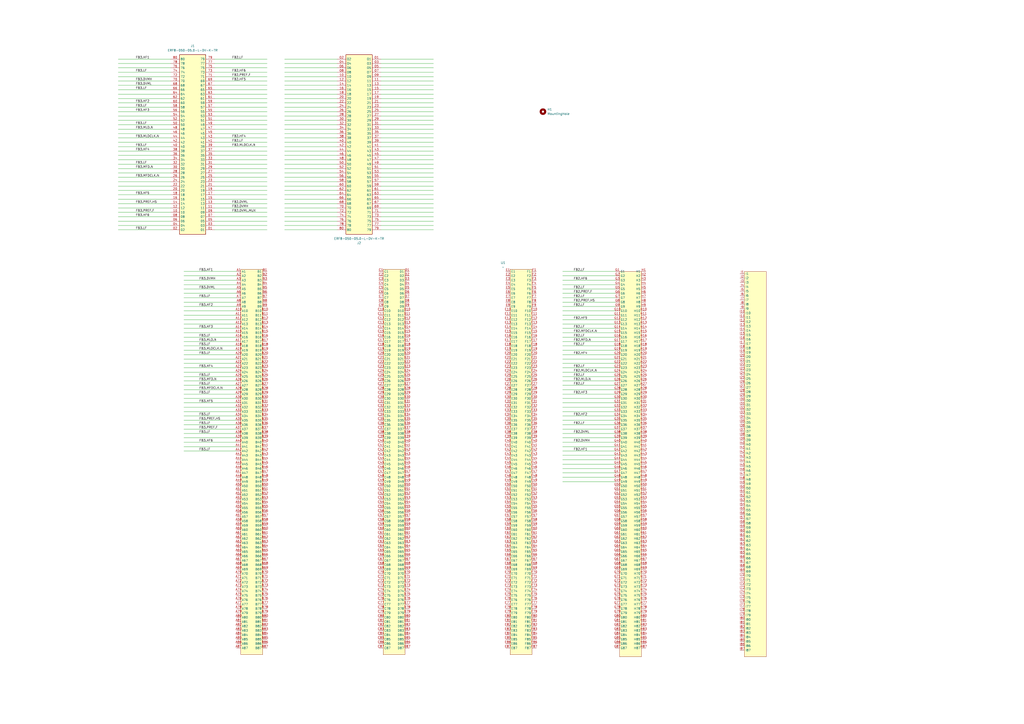
<source format=kicad_sch>
(kicad_sch (version 20231120) (generator "eeschema") (generator_version "8.0")
  (paper "A2")
  (lib_symbols
    (symbol "ERF8-040-05_0-L-DV-K-TR:ERF8-040-05.0-L-DV-K-TR"
      (property "Reference" "J2" (at 12.7 -130.175 0))
      (property "Value" "ERF8-050-05.0-L-DV-K-TR" (at 12.7 -127.635 0))
      (symbol "ERF8-040-05.0-L-DV-K-TR_1_1"
        (pin passive line (at 25.4 -124.46 180) (length 5.08) (name "01") (number "01"))
        (pin passive line (at 0 -124.46 0) (length 5.08) (name "02") (number "02"))
        (pin passive line (at 25.4 -121.92 180) (length 5.08) (name "03") (number "03"))
        (pin passive line (at 0 -121.92 0) (length 5.08) (name "04") (number "04"))
        (pin passive line (at 25.4 -119.38 180) (length 5.08) (name "05") (number "05"))
        (pin passive line (at 0 -119.38 0) (length 5.08) (name "06") (number "06"))
        (pin passive line (at 25.4 -116.84 180) (length 5.08) (name "07") (number "07"))
        (pin passive line (at 0 -116.84 0) (length 5.08) (name "08") (number "08"))
        (pin passive line (at 25.4 -114.3 180) (length 5.08) (name "09") (number "09"))
        (pin passive line (at 0 -114.3 0) (length 5.08) (name "10") (number "10"))
        (pin passive line (at 25.4 -111.76 180) (length 5.08) (name "11") (number "11"))
        (pin passive line (at 0 -111.76 0) (length 5.08) (name "12") (number "12"))
        (pin passive line (at 25.4 -109.22 180) (length 5.08) (name "13") (number "13"))
        (pin passive line (at 0 -109.22 0) (length 5.08) (name "14") (number "14"))
        (pin passive line (at 25.4 -106.68 180) (length 5.08) (name "15") (number "15"))
        (pin passive line (at 0 -106.68 0) (length 5.08) (name "16") (number "16"))
        (pin passive line (at 25.4 -104.14 180) (length 5.08) (name "17") (number "17"))
        (pin passive line (at 0 -104.14 0) (length 5.08) (name "18") (number "18"))
        (pin passive line (at 25.4 -101.6 180) (length 5.08) (name "19") (number "19"))
        (pin passive line (at 0 -101.6 0) (length 5.08) (name "20") (number "20"))
        (pin passive line (at 25.4 -99.06 180) (length 5.08) (name "21") (number "21"))
        (pin passive line (at 0 -99.06 0) (length 5.08) (name "22") (number "22"))
        (pin passive line (at 25.4 -96.52 180) (length 5.08) (name "23") (number "23"))
        (pin passive line (at 0 -96.52 0) (length 5.08) (name "24") (number "24"))
        (pin passive line (at 25.4 -93.98 180) (length 5.08) (name "25") (number "25"))
        (pin passive line (at 0 -93.98 0) (length 5.08) (name "26") (number "26"))
        (pin passive line (at 25.4 -91.44 180) (length 5.08) (name "27") (number "27"))
        (pin passive line (at 0 -91.44 0) (length 5.08) (name "28") (number "28"))
        (pin passive line (at 25.4 -88.9 180) (length 5.08) (name "29") (number "29"))
        (pin passive line (at 0 -88.9 0) (length 5.08) (name "30") (number "30"))
        (pin passive line (at 25.4 -86.36 180) (length 5.08) (name "31") (number "31"))
        (pin passive line (at 0 -86.36 0) (length 5.08) (name "32") (number "32"))
        (pin passive line (at 25.4 -83.82 180) (length 5.08) (name "33") (number "33"))
        (pin passive line (at 0 -83.82 0) (length 5.08) (name "34") (number "34"))
        (pin passive line (at 25.4 -81.28 180) (length 5.08) (name "35") (number "35"))
        (pin passive line (at 0 -81.28 0) (length 5.08) (name "36") (number "36"))
        (pin passive line (at 25.4 -78.74 180) (length 5.08) (name "37") (number "37"))
        (pin passive line (at 0 -78.74 0) (length 5.08) (name "38") (number "38"))
        (pin passive line (at 25.4 -76.2 180) (length 5.08) (name "39") (number "39"))
        (pin passive line (at 0 -76.2 0) (length 5.08) (name "40") (number "40"))
        (pin passive line (at 25.4 -73.66 180) (length 5.08) (name "41") (number "41"))
        (pin passive line (at 0 -73.66 0) (length 5.08) (name "42") (number "42"))
        (pin passive line (at 25.4 -71.12 180) (length 5.08) (name "43") (number "43"))
        (pin passive line (at 0 -71.12 0) (length 5.08) (name "44") (number "44"))
        (pin passive line (at 25.4 -68.58 180) (length 5.08) (name "45") (number "45"))
        (pin passive line (at 0 -68.58 0) (length 5.08) (name "46") (number "46"))
        (pin passive line (at 25.4 -66.04 180) (length 5.08) (name "47") (number "47"))
        (pin passive line (at 0 -66.04 0) (length 5.08) (name "48") (number "48"))
        (pin passive line (at 25.4 -63.5 180) (length 5.08) (name "49") (number "49"))
        (pin passive line (at 0 -63.5 0) (length 5.08) (name "50") (number "50"))
        (pin passive line (at 25.4 -60.96 180) (length 5.08) (name "51") (number "51"))
        (pin passive line (at 0 -60.96 0) (length 5.08) (name "52") (number "52"))
        (pin passive line (at 25.4 -58.42 180) (length 5.08) (name "53") (number "53"))
        (pin passive line (at 0 -58.42 0) (length 5.08) (name "54") (number "54"))
        (pin passive line (at 25.4 -55.88 180) (length 5.08) (name "55") (number "55"))
        (pin passive line (at 0 -55.88 0) (length 5.08) (name "56") (number "56"))
        (pin passive line (at 25.4 -53.34 180) (length 5.08) (name "57") (number "57"))
        (pin passive line (at 0 -53.34 0) (length 5.08) (name "58") (number "58"))
        (pin passive line (at 25.4 -50.8 180) (length 5.08) (name "59") (number "59"))
        (pin passive line (at 0 -50.8 0) (length 5.08) (name "60") (number "60"))
        (pin passive line (at 25.4 -48.26 180) (length 5.08) (name "61") (number "61"))
        (pin passive line (at 0 -48.26 0) (length 5.08) (name "62") (number "62"))
        (pin passive line (at 25.4 -45.72 180) (length 5.08) (name "63") (number "63"))
        (pin passive line (at 0 -45.72 0) (length 5.08) (name "64") (number "64"))
        (pin passive line (at 25.4 -43.18 180) (length 5.08) (name "65") (number "65"))
        (pin passive line (at 0 -43.18 0) (length 5.08) (name "66") (number "66"))
        (pin passive line (at 25.4 -40.64 180) (length 5.08) (name "67") (number "67"))
        (pin passive line (at 0 -40.64 0) (length 5.08) (name "68") (number "68"))
        (pin passive line (at 25.4 -38.1 180) (length 5.08) (name "69") (number "69"))
        (pin passive line (at 0 -38.1 0) (length 5.08) (name "70") (number "70"))
        (pin passive line (at 25.4 -35.56 180) (length 5.08) (name "71") (number "71"))
        (pin passive line (at 0 -35.56 0) (length 5.08) (name "72") (number "72"))
        (pin passive line (at 25.4 -33.02 180) (length 5.08) (name "73") (number "73"))
        (pin passive line (at 0 -33.02 0) (length 5.08) (name "74") (number "74"))
        (pin passive line (at 25.4 -30.48 180) (length 5.08) (name "75") (number "75"))
        (pin passive line (at 0 -30.48 0) (length 5.08) (name "76") (number "76"))
        (pin passive line (at 25.4 -27.94 180) (length 5.08) (name "77") (number "77"))
        (pin passive line (at 0 -27.94 0) (length 5.08) (name "78") (number "78"))
        (pin passive line (at 25.4 -25.4 180) (length 5.08) (name "79") (number "79"))
        (pin passive line (at 0 -25.4 0) (length 5.08) (name "80") (number "80"))
      )
    )
    (symbol "Grogu_MC_Segment:Grogu_MC_Segment"
      (property "Reference" "U1" (at 145.796 0 0))
      (property "Value" "~" (at 145.796 -2.54 0))
      (symbol "Grogu_MC_Segment_1_1"
        (pin input line (at -8.89 -5.08 0) (length 2.54) (name "A1") (number "A1"))
        (pin input line (at -8.89 -27.94 0) (length 2.54) (name "A10") (number "A10"))
        (pin input line (at -8.89 -30.48 0) (length 2.54) (name "A11") (number "A11"))
        (pin input line (at -8.89 -33.02 0) (length 2.54) (name "A12") (number "A12"))
        (pin input line (at -8.89 -35.56 0) (length 2.54) (name "A13") (number "A13"))
        (pin input line (at -8.89 -38.1 0) (length 2.54) (name "A14") (number "A14"))
        (pin input line (at -8.89 -40.64 0) (length 2.54) (name "A15") (number "A15"))
        (pin input line (at -8.89 -43.18 0) (length 2.54) (name "A16") (number "A16"))
        (pin input line (at -8.89 -45.72 0) (length 2.54) (name "A17") (number "A17"))
        (pin input line (at -8.89 -48.26 0) (length 2.54) (name "A18") (number "A18"))
        (pin input line (at -8.89 -50.8 0) (length 2.54) (name "A19") (number "A19"))
        (pin input line (at -8.89 -7.62 0) (length 2.54) (name "A2") (number "A2"))
        (pin input line (at -8.89 -53.34 0) (length 2.54) (name "A20") (number "A20"))
        (pin input line (at -8.89 -55.88 0) (length 2.54) (name "A21") (number "A21"))
        (pin input line (at -8.89 -58.42 0) (length 2.54) (name "A22") (number "A22"))
        (pin input line (at -8.89 -60.96 0) (length 2.54) (name "A23") (number "A23"))
        (pin input line (at -8.89 -63.5 0) (length 2.54) (name "A24") (number "A24"))
        (pin input line (at -8.89 -66.04 0) (length 2.54) (name "A25") (number "A25"))
        (pin input line (at -8.89 -68.58 0) (length 2.54) (name "A26") (number "A26"))
        (pin input line (at -8.89 -71.12 0) (length 2.54) (name "A27") (number "A27"))
        (pin input line (at -8.89 -73.66 0) (length 2.54) (name "A28") (number "A28"))
        (pin input line (at -8.89 -76.2 0) (length 2.54) (name "A29") (number "A29"))
        (pin input line (at -8.89 -10.16 0) (length 2.54) (name "A3") (number "A3"))
        (pin input line (at -8.89 -78.74 0) (length 2.54) (name "A30") (number "A30"))
        (pin input line (at -8.89 -81.28 0) (length 2.54) (name "A31") (number "A31"))
        (pin input line (at -8.89 -83.82 0) (length 2.54) (name "A32") (number "A32"))
        (pin input line (at -8.89 -86.36 0) (length 2.54) (name "A33") (number "A33"))
        (pin input line (at -8.89 -88.9 0) (length 2.54) (name "A34") (number "A34"))
        (pin input line (at -8.89 -91.44 0) (length 2.54) (name "A35") (number "A35"))
        (pin input line (at -8.89 -93.98 0) (length 2.54) (name "A36") (number "A36"))
        (pin input line (at -8.89 -96.52 0) (length 2.54) (name "A37") (number "A37"))
        (pin input line (at -8.89 -99.06 0) (length 2.54) (name "A38") (number "A38"))
        (pin input line (at -8.89 -101.6 0) (length 2.54) (name "A39") (number "A39"))
        (pin input line (at -8.89 -12.7 0) (length 2.54) (name "A4") (number "A4"))
        (pin input line (at -8.89 -104.14 0) (length 2.54) (name "A40") (number "A40"))
        (pin input line (at -8.89 -106.68 0) (length 2.54) (name "A41") (number "A41"))
        (pin input line (at -8.89 -109.22 0) (length 2.54) (name "A42") (number "A42"))
        (pin input line (at -8.89 -111.76 0) (length 2.54) (name "A43") (number "A43"))
        (pin input line (at -8.89 -114.3 0) (length 2.54) (name "A44") (number "A44"))
        (pin input line (at -8.89 -116.84 0) (length 2.54) (name "A45") (number "A45"))
        (pin input line (at -8.89 -119.38 0) (length 2.54) (name "A46") (number "A46"))
        (pin input line (at -8.89 -121.92 0) (length 2.54) (name "A47") (number "A47"))
        (pin input line (at -8.89 -124.46 0) (length 2.54) (name "A48") (number "A48"))
        (pin input line (at -8.89 -127 0) (length 2.54) (name "A49") (number "A49"))
        (pin input line (at -8.89 -15.24 0) (length 2.54) (name "A5") (number "A5"))
        (pin input line (at -8.89 -129.54 0) (length 2.54) (name "A50") (number "A50"))
        (pin input line (at -8.89 -132.08 0) (length 2.54) (name "A51") (number "A51"))
        (pin input line (at -8.89 -134.62 0) (length 2.54) (name "A52") (number "A52"))
        (pin input line (at -8.89 -137.16 0) (length 2.54) (name "A53") (number "A53"))
        (pin input line (at -8.89 -139.7 0) (length 2.54) (name "A54") (number "A54"))
        (pin input line (at -8.89 -142.24 0) (length 2.54) (name "A55") (number "A55"))
        (pin input line (at -8.89 -144.78 0) (length 2.54) (name "A56") (number "A56"))
        (pin input line (at -8.89 -147.32 0) (length 2.54) (name "A57") (number "A57"))
        (pin input line (at -8.89 -149.86 0) (length 2.54) (name "A58") (number "A58"))
        (pin input line (at -8.89 -152.4 0) (length 2.54) (name "A59") (number "A59"))
        (pin input line (at -8.89 -17.78 0) (length 2.54) (name "A6") (number "A6"))
        (pin input line (at -8.89 -154.94 0) (length 2.54) (name "A60") (number "A60"))
        (pin input line (at -8.89 -157.48 0) (length 2.54) (name "A61") (number "A61"))
        (pin input line (at -8.89 -160.02 0) (length 2.54) (name "A62") (number "A62"))
        (pin input line (at -8.89 -162.56 0) (length 2.54) (name "A63") (number "A63"))
        (pin input line (at -8.89 -165.1 0) (length 2.54) (name "A64") (number "A64"))
        (pin input line (at -8.89 -167.64 0) (length 2.54) (name "A65") (number "A65"))
        (pin input line (at -8.89 -170.18 0) (length 2.54) (name "A66") (number "A66"))
        (pin input line (at -8.89 -172.72 0) (length 2.54) (name "A67") (number "A67"))
        (pin input line (at -8.89 -175.26 0) (length 2.54) (name "A68") (number "A68"))
        (pin input line (at -8.89 -177.8 0) (length 2.54) (name "A69") (number "A69"))
        (pin input line (at -8.89 -20.32 0) (length 2.54) (name "A7") (number "A7"))
        (pin input line (at -8.89 -180.34 0) (length 2.54) (name "A70") (number "A70"))
        (pin input line (at -8.89 -182.88 0) (length 2.54) (name "A71") (number "A71"))
        (pin input line (at -8.89 -185.42 0) (length 2.54) (name "A72") (number "A72"))
        (pin input line (at -8.89 -187.96 0) (length 2.54) (name "A73") (number "A73"))
        (pin input line (at -8.89 -190.5 0) (length 2.54) (name "A74") (number "A74"))
        (pin input line (at -8.89 -193.04 0) (length 2.54) (name "A75") (number "A75"))
        (pin input line (at -8.89 -195.58 0) (length 2.54) (name "A76") (number "A76"))
        (pin input line (at -8.89 -198.12 0) (length 2.54) (name "A77") (number "A77"))
        (pin input line (at -8.89 -200.66 0) (length 2.54) (name "A78") (number "A78"))
        (pin input line (at -8.89 -203.2 0) (length 2.54) (name "A79") (number "A79"))
        (pin input line (at -8.89 -22.86 0) (length 2.54) (name "A8") (number "A8"))
        (pin input line (at -8.89 -205.74 0) (length 2.54) (name "A80") (number "A80"))
        (pin input line (at -8.89 -208.28 0) (length 2.54) (name "A81") (number "A81"))
        (pin input line (at -8.89 -210.82 0) (length 2.54) (name "A82") (number "A82"))
        (pin input line (at -8.89 -213.36 0) (length 2.54) (name "A83") (number "A83"))
        (pin input line (at -8.89 -215.9 0) (length 2.54) (name "A84") (number "A84"))
        (pin input line (at -8.89 -218.44 0) (length 2.54) (name "A85") (number "A85"))
        (pin input line (at -8.89 -220.98 0) (length 2.54) (name "A86") (number "A86"))
        (pin input line (at -8.89 -223.52 0) (length 2.54) (name "A87") (number "A87"))
        (pin input line (at -8.89 -25.4 0) (length 2.54) (name "A9") (number "A9"))
        (pin input line (at 8.89 -5.08 180) (length 2.54) (name "B1") (number "B1"))
        (pin input line (at 8.89 -27.94 180) (length 2.54) (name "B10") (number "B10"))
        (pin input line (at 8.89 -30.48 180) (length 2.54) (name "B11") (number "B11"))
        (pin input line (at 8.89 -33.02 180) (length 2.54) (name "B12") (number "B12"))
        (pin input line (at 8.89 -35.56 180) (length 2.54) (name "B13") (number "B13"))
        (pin input line (at 8.89 -38.1 180) (length 2.54) (name "B14") (number "B14"))
        (pin input line (at 8.89 -40.64 180) (length 2.54) (name "B15") (number "B15"))
        (pin input line (at 8.89 -43.18 180) (length 2.54) (name "B16") (number "B16"))
        (pin input line (at 8.89 -45.72 180) (length 2.54) (name "B17") (number "B17"))
        (pin input line (at 8.89 -48.26 180) (length 2.54) (name "B18") (number "B18"))
        (pin input line (at 8.89 -50.8 180) (length 2.54) (name "B19") (number "B19"))
        (pin input line (at 8.89 -7.62 180) (length 2.54) (name "B2") (number "B2"))
        (pin input line (at 8.89 -53.34 180) (length 2.54) (name "B20") (number "B20"))
        (pin input line (at 8.89 -55.88 180) (length 2.54) (name "B21") (number "B21"))
        (pin input line (at 8.89 -58.42 180) (length 2.54) (name "B22") (number "B22"))
        (pin input line (at 8.89 -60.96 180) (length 2.54) (name "B23") (number "B23"))
        (pin input line (at 8.89 -63.5 180) (length 2.54) (name "B24") (number "B24"))
        (pin input line (at 8.89 -66.04 180) (length 2.54) (name "B25") (number "B25"))
        (pin input line (at 8.89 -68.58 180) (length 2.54) (name "B26") (number "B26"))
        (pin input line (at 8.89 -71.12 180) (length 2.54) (name "B27") (number "B27"))
        (pin input line (at 8.89 -73.66 180) (length 2.54) (name "B28") (number "B28"))
        (pin input line (at 8.89 -76.2 180) (length 2.54) (name "B29") (number "B29"))
        (pin input line (at 8.89 -10.16 180) (length 2.54) (name "B3") (number "B3"))
        (pin input line (at 8.89 -78.74 180) (length 2.54) (name "B30") (number "B30"))
        (pin input line (at 8.89 -81.28 180) (length 2.54) (name "B31") (number "B31"))
        (pin input line (at 8.89 -83.82 180) (length 2.54) (name "B32") (number "B32"))
        (pin input line (at 8.89 -86.36 180) (length 2.54) (name "B33") (number "B33"))
        (pin input line (at 8.89 -88.9 180) (length 2.54) (name "B34") (number "B34"))
        (pin input line (at 8.89 -91.44 180) (length 2.54) (name "B35") (number "B35"))
        (pin input line (at 8.89 -93.98 180) (length 2.54) (name "B36") (number "B36"))
        (pin input line (at 8.89 -96.52 180) (length 2.54) (name "B37") (number "B37"))
        (pin input line (at 8.89 -99.06 180) (length 2.54) (name "B38") (number "B38"))
        (pin input line (at 8.89 -101.6 180) (length 2.54) (name "B39") (number "B39"))
        (pin input line (at 8.89 -12.7 180) (length 2.54) (name "B4") (number "B4"))
        (pin input line (at 8.89 -104.14 180) (length 2.54) (name "B40") (number "B40"))
        (pin input line (at 8.89 -106.68 180) (length 2.54) (name "B41") (number "B41"))
        (pin input line (at 8.89 -109.22 180) (length 2.54) (name "B42") (number "B42"))
        (pin input line (at 8.89 -111.76 180) (length 2.54) (name "B43") (number "B43"))
        (pin input line (at 8.89 -114.3 180) (length 2.54) (name "B44") (number "B44"))
        (pin input line (at 8.89 -116.84 180) (length 2.54) (name "B45") (number "B45"))
        (pin input line (at 8.89 -119.38 180) (length 2.54) (name "B46") (number "B46"))
        (pin input line (at 8.89 -121.92 180) (length 2.54) (name "B47") (number "B47"))
        (pin input line (at 8.89 -124.46 180) (length 2.54) (name "B48") (number "B48"))
        (pin input line (at 8.89 -127 180) (length 2.54) (name "B49") (number "B49"))
        (pin input line (at 8.89 -15.24 180) (length 2.54) (name "B5") (number "B5"))
        (pin input line (at 8.89 -129.54 180) (length 2.54) (name "B50") (number "B50"))
        (pin input line (at 8.89 -132.08 180) (length 2.54) (name "B51") (number "B51"))
        (pin input line (at 8.89 -134.62 180) (length 2.54) (name "B52") (number "B52"))
        (pin input line (at 8.89 -137.16 180) (length 2.54) (name "B53") (number "B53"))
        (pin input line (at 8.89 -139.7 180) (length 2.54) (name "B54") (number "B54"))
        (pin input line (at 8.89 -142.24 180) (length 2.54) (name "B55") (number "B55"))
        (pin input line (at 8.89 -144.78 180) (length 2.54) (name "B56") (number "B56"))
        (pin input line (at 8.89 -147.32 180) (length 2.54) (name "B57") (number "B57"))
        (pin input line (at 8.89 -149.86 180) (length 2.54) (name "B58") (number "B58"))
        (pin input line (at 8.89 -152.4 180) (length 2.54) (name "B59") (number "B59"))
        (pin input line (at 8.89 -17.78 180) (length 2.54) (name "B6") (number "B6"))
        (pin input line (at 8.89 -154.94 180) (length 2.54) (name "B60") (number "B60"))
        (pin input line (at 8.89 -157.48 180) (length 2.54) (name "B61") (number "B61"))
        (pin input line (at 8.89 -160.02 180) (length 2.54) (name "B62") (number "B62"))
        (pin input line (at 8.89 -162.56 180) (length 2.54) (name "B63") (number "B63"))
        (pin input line (at 8.89 -165.1 180) (length 2.54) (name "B64") (number "B64"))
        (pin input line (at 8.89 -167.64 180) (length 2.54) (name "B65") (number "B65"))
        (pin input line (at 8.89 -170.18 180) (length 2.54) (name "B66") (number "B66"))
        (pin input line (at 8.89 -172.72 180) (length 2.54) (name "B67") (number "B67"))
        (pin input line (at 8.89 -175.26 180) (length 2.54) (name "B68") (number "B68"))
        (pin input line (at 8.89 -177.8 180) (length 2.54) (name "B69") (number "B69"))
        (pin input line (at 8.89 -20.32 180) (length 2.54) (name "B7") (number "B7"))
        (pin input line (at 8.89 -180.34 180) (length 2.54) (name "B70") (number "B70"))
        (pin input line (at 8.89 -182.88 180) (length 2.54) (name "B71") (number "B71"))
        (pin input line (at 8.89 -185.42 180) (length 2.54) (name "B72") (number "B72"))
        (pin input line (at 8.89 -187.96 180) (length 2.54) (name "B73") (number "B73"))
        (pin input line (at 8.89 -190.5 180) (length 2.54) (name "B74") (number "B74"))
        (pin input line (at 8.89 -193.04 180) (length 2.54) (name "B75") (number "B75"))
        (pin input line (at 8.89 -195.58 180) (length 2.54) (name "B76") (number "B76"))
        (pin input line (at 8.89 -198.12 180) (length 2.54) (name "B77") (number "B77"))
        (pin input line (at 8.89 -200.66 180) (length 2.54) (name "B78") (number "B78"))
        (pin input line (at 8.89 -203.2 180) (length 2.54) (name "B79") (number "B79"))
        (pin input line (at 8.89 -22.86 180) (length 2.54) (name "B8") (number "B8"))
        (pin input line (at 8.89 -205.74 180) (length 2.54) (name "B80") (number "B80"))
        (pin input line (at 8.89 -208.28 180) (length 2.54) (name "B81") (number "B81"))
        (pin input line (at 8.89 -210.82 180) (length 2.54) (name "B82") (number "B82"))
        (pin input line (at 8.89 -213.36 180) (length 2.54) (name "B83") (number "B83"))
        (pin input line (at 8.89 -215.9 180) (length 2.54) (name "B84") (number "B84"))
        (pin input line (at 8.89 -218.44 180) (length 2.54) (name "B85") (number "B85"))
        (pin input line (at 8.89 -220.98 180) (length 2.54) (name "B86") (number "B86"))
        (pin input line (at 8.89 -223.52 180) (length 2.54) (name "B87") (number "B87"))
        (pin input line (at 8.89 -25.4 180) (length 2.54) (name "B9") (number "B9"))
        (pin input line (at 73.66 -5.08 0) (length 2.54) (name "C1") (number "C1"))
        (pin input line (at 73.66 -27.94 0) (length 2.54) (name "C10") (number "C10"))
        (pin input line (at 73.66 -30.48 0) (length 2.54) (name "C11") (number "C11"))
        (pin input line (at 73.66 -33.02 0) (length 2.54) (name "C12") (number "C12"))
        (pin input line (at 73.66 -35.56 0) (length 2.54) (name "C13") (number "C13"))
        (pin input line (at 73.66 -38.1 0) (length 2.54) (name "C14") (number "C14"))
        (pin input line (at 73.66 -40.64 0) (length 2.54) (name "C15") (number "C15"))
        (pin input line (at 73.66 -43.18 0) (length 2.54) (name "C16") (number "C16"))
        (pin input line (at 73.66 -45.72 0) (length 2.54) (name "C17") (number "C17"))
        (pin input line (at 73.66 -48.26 0) (length 2.54) (name "C18") (number "C18"))
        (pin input line (at 73.66 -50.8 0) (length 2.54) (name "C19") (number "C19"))
        (pin input line (at 73.66 -7.62 0) (length 2.54) (name "C2") (number "C2"))
        (pin input line (at 73.66 -53.34 0) (length 2.54) (name "C20") (number "C20"))
        (pin input line (at 73.66 -55.88 0) (length 2.54) (name "C21") (number "C21"))
        (pin input line (at 73.66 -58.42 0) (length 2.54) (name "C22") (number "C22"))
        (pin input line (at 73.66 -60.96 0) (length 2.54) (name "C23") (number "C23"))
        (pin input line (at 73.66 -63.5 0) (length 2.54) (name "C24") (number "C24"))
        (pin input line (at 73.66 -66.04 0) (length 2.54) (name "C25") (number "C25"))
        (pin input line (at 73.66 -68.58 0) (length 2.54) (name "C26") (number "C26"))
        (pin input line (at 73.66 -71.12 0) (length 2.54) (name "C27") (number "C27"))
        (pin input line (at 73.66 -73.66 0) (length 2.54) (name "C28") (number "C28"))
        (pin input line (at 73.66 -76.2 0) (length 2.54) (name "C29") (number "C29"))
        (pin input line (at 73.66 -10.16 0) (length 2.54) (name "C3") (number "C3"))
        (pin input line (at 73.66 -78.74 0) (length 2.54) (name "C30") (number "C30"))
        (pin input line (at 73.66 -81.28 0) (length 2.54) (name "C31") (number "C31"))
        (pin input line (at 73.66 -83.82 0) (length 2.54) (name "C32") (number "C32"))
        (pin input line (at 73.66 -86.36 0) (length 2.54) (name "C33") (number "C33"))
        (pin input line (at 73.66 -88.9 0) (length 2.54) (name "C34") (number "C34"))
        (pin input line (at 73.66 -91.44 0) (length 2.54) (name "C35") (number "C35"))
        (pin input line (at 73.66 -93.98 0) (length 2.54) (name "C36") (number "C36"))
        (pin input line (at 73.66 -96.52 0) (length 2.54) (name "C37") (number "C37"))
        (pin input line (at 73.66 -99.06 0) (length 2.54) (name "C38") (number "C38"))
        (pin input line (at 73.66 -101.6 0) (length 2.54) (name "C39") (number "C39"))
        (pin input line (at 73.66 -12.7 0) (length 2.54) (name "C4") (number "C4"))
        (pin input line (at 73.66 -104.14 0) (length 2.54) (name "C40") (number "C40"))
        (pin input line (at 73.66 -106.68 0) (length 2.54) (name "C41") (number "C41"))
        (pin input line (at 73.66 -109.22 0) (length 2.54) (name "C42") (number "C42"))
        (pin input line (at 73.66 -111.76 0) (length 2.54) (name "C43") (number "C43"))
        (pin input line (at 73.66 -114.3 0) (length 2.54) (name "C44") (number "C44"))
        (pin input line (at 73.66 -116.84 0) (length 2.54) (name "C45") (number "C45"))
        (pin input line (at 73.66 -119.38 0) (length 2.54) (name "C46") (number "C46"))
        (pin input line (at 73.66 -121.92 0) (length 2.54) (name "C47") (number "C47"))
        (pin input line (at 73.66 -124.46 0) (length 2.54) (name "C48") (number "C48"))
        (pin input line (at 73.66 -127 0) (length 2.54) (name "C49") (number "C49"))
        (pin input line (at 73.66 -15.24 0) (length 2.54) (name "C5") (number "C5"))
        (pin input line (at 73.66 -129.54 0) (length 2.54) (name "C50") (number "C50"))
        (pin input line (at 73.66 -132.08 0) (length 2.54) (name "C51") (number "C51"))
        (pin input line (at 73.66 -134.62 0) (length 2.54) (name "C52") (number "C52"))
        (pin input line (at 73.66 -137.16 0) (length 2.54) (name "C53") (number "C53"))
        (pin input line (at 73.66 -139.7 0) (length 2.54) (name "C54") (number "C54"))
        (pin input line (at 73.66 -142.24 0) (length 2.54) (name "C55") (number "C55"))
        (pin input line (at 73.66 -144.78 0) (length 2.54) (name "C56") (number "C56"))
        (pin input line (at 73.66 -147.32 0) (length 2.54) (name "C57") (number "C57"))
        (pin input line (at 73.66 -149.86 0) (length 2.54) (name "C58") (number "C58"))
        (pin input line (at 73.66 -152.4 0) (length 2.54) (name "C59") (number "C59"))
        (pin input line (at 73.66 -17.78 0) (length 2.54) (name "C6") (number "C6"))
        (pin input line (at 73.66 -154.94 0) (length 2.54) (name "C60") (number "C60"))
        (pin input line (at 73.66 -157.48 0) (length 2.54) (name "C61") (number "C61"))
        (pin input line (at 73.66 -160.02 0) (length 2.54) (name "C62") (number "C62"))
        (pin input line (at 73.66 -162.56 0) (length 2.54) (name "C63") (number "C63"))
        (pin input line (at 73.66 -165.1 0) (length 2.54) (name "C64") (number "C64"))
        (pin input line (at 73.66 -167.64 0) (length 2.54) (name "C65") (number "C65"))
        (pin input line (at 73.66 -170.18 0) (length 2.54) (name "C66") (number "C66"))
        (pin input line (at 73.66 -172.72 0) (length 2.54) (name "C67") (number "C67"))
        (pin input line (at 73.66 -175.26 0) (length 2.54) (name "C68") (number "C68"))
        (pin input line (at 73.66 -177.8 0) (length 2.54) (name "C69") (number "C69"))
        (pin input line (at 73.66 -20.32 0) (length 2.54) (name "C7") (number "C7"))
        (pin input line (at 73.66 -180.34 0) (length 2.54) (name "C70") (number "C70"))
        (pin input line (at 73.66 -182.88 0) (length 2.54) (name "C71") (number "C71"))
        (pin input line (at 73.66 -185.42 0) (length 2.54) (name "C72") (number "C72"))
        (pin input line (at 73.66 -187.96 0) (length 2.54) (name "C73") (number "C73"))
        (pin input line (at 73.66 -190.5 0) (length 2.54) (name "C74") (number "C74"))
        (pin input line (at 73.66 -193.04 0) (length 2.54) (name "C75") (number "C75"))
        (pin input line (at 73.66 -195.58 0) (length 2.54) (name "C76") (number "C76"))
        (pin input line (at 73.66 -198.12 0) (length 2.54) (name "C77") (number "C77"))
        (pin input line (at 73.66 -200.66 0) (length 2.54) (name "C78") (number "C78"))
        (pin input line (at 73.66 -203.2 0) (length 2.54) (name "C79") (number "C79"))
        (pin input line (at 73.66 -22.86 0) (length 2.54) (name "C8") (number "C8"))
        (pin input line (at 73.66 -205.74 0) (length 2.54) (name "C80") (number "C80"))
        (pin input line (at 73.66 -208.28 0) (length 2.54) (name "C81") (number "C81"))
        (pin input line (at 73.66 -210.82 0) (length 2.54) (name "C82") (number "C82"))
        (pin input line (at 73.66 -213.36 0) (length 2.54) (name "C83") (number "C83"))
        (pin input line (at 73.66 -215.9 0) (length 2.54) (name "C84") (number "C84"))
        (pin input line (at 73.66 -218.44 0) (length 2.54) (name "C85") (number "C85"))
        (pin input line (at 73.66 -220.98 0) (length 2.54) (name "C86") (number "C86"))
        (pin input line (at 73.66 -223.52 0) (length 2.54) (name "C87") (number "C87"))
        (pin input line (at 73.66 -25.4 0) (length 2.54) (name "C9") (number "C9"))
        (pin input line (at 91.44 -5.08 180) (length 2.54) (name "D1") (number "D1"))
        (pin input line (at 91.44 -27.94 180) (length 2.54) (name "D10") (number "D10"))
        (pin input line (at 91.44 -30.48 180) (length 2.54) (name "D11") (number "D11"))
        (pin input line (at 91.44 -33.02 180) (length 2.54) (name "D12") (number "D12"))
        (pin input line (at 91.44 -35.56 180) (length 2.54) (name "D13") (number "D13"))
        (pin input line (at 91.44 -38.1 180) (length 2.54) (name "D14") (number "D14"))
        (pin input line (at 91.44 -40.64 180) (length 2.54) (name "D15") (number "D15"))
        (pin input line (at 91.44 -43.18 180) (length 2.54) (name "D16") (number "D16"))
        (pin input line (at 91.44 -45.72 180) (length 2.54) (name "D17") (number "D17"))
        (pin input line (at 91.44 -48.26 180) (length 2.54) (name "D18") (number "D18"))
        (pin input line (at 91.44 -50.8 180) (length 2.54) (name "D19") (number "D19"))
        (pin input line (at 91.44 -7.62 180) (length 2.54) (name "D2") (number "D2"))
        (pin input line (at 91.44 -53.34 180) (length 2.54) (name "D20") (number "D20"))
        (pin input line (at 91.44 -55.88 180) (length 2.54) (name "D21") (number "D21"))
        (pin input line (at 91.44 -58.42 180) (length 2.54) (name "D22") (number "D22"))
        (pin input line (at 91.44 -60.96 180) (length 2.54) (name "D23") (number "D23"))
        (pin input line (at 91.44 -63.5 180) (length 2.54) (name "D24") (number "D24"))
        (pin input line (at 91.44 -66.04 180) (length 2.54) (name "D25") (number "D25"))
        (pin input line (at 91.44 -68.58 180) (length 2.54) (name "D26") (number "D26"))
        (pin input line (at 91.44 -71.12 180) (length 2.54) (name "D27") (number "D27"))
        (pin input line (at 91.44 -73.66 180) (length 2.54) (name "D28") (number "D28"))
        (pin input line (at 91.44 -76.2 180) (length 2.54) (name "D29") (number "D29"))
        (pin input line (at 91.44 -10.16 180) (length 2.54) (name "D3") (number "D3"))
        (pin input line (at 91.44 -78.74 180) (length 2.54) (name "D30") (number "D30"))
        (pin input line (at 91.44 -81.28 180) (length 2.54) (name "D31") (number "D31"))
        (pin input line (at 91.44 -83.82 180) (length 2.54) (name "D32") (number "D32"))
        (pin input line (at 91.44 -86.36 180) (length 2.54) (name "D33") (number "D33"))
        (pin input line (at 91.44 -88.9 180) (length 2.54) (name "D34") (number "D34"))
        (pin input line (at 91.44 -91.44 180) (length 2.54) (name "D35") (number "D35"))
        (pin input line (at 91.44 -93.98 180) (length 2.54) (name "D36") (number "D36"))
        (pin input line (at 91.44 -96.52 180) (length 2.54) (name "D37") (number "D37"))
        (pin input line (at 91.44 -99.06 180) (length 2.54) (name "D38") (number "D38"))
        (pin input line (at 91.44 -101.6 180) (length 2.54) (name "D39") (number "D39"))
        (pin input line (at 91.44 -12.7 180) (length 2.54) (name "D4") (number "D4"))
        (pin input line (at 91.44 -104.14 180) (length 2.54) (name "D40") (number "D40"))
        (pin input line (at 91.44 -106.68 180) (length 2.54) (name "D41") (number "D41"))
        (pin input line (at 91.44 -109.22 180) (length 2.54) (name "D42") (number "D42"))
        (pin input line (at 91.44 -111.76 180) (length 2.54) (name "D43") (number "D43"))
        (pin input line (at 91.44 -114.3 180) (length 2.54) (name "D44") (number "D44"))
        (pin input line (at 91.44 -116.84 180) (length 2.54) (name "D45") (number "D45"))
        (pin input line (at 91.44 -119.38 180) (length 2.54) (name "D46") (number "D46"))
        (pin input line (at 91.44 -121.92 180) (length 2.54) (name "D47") (number "D47"))
        (pin input line (at 91.44 -124.46 180) (length 2.54) (name "D48") (number "D48"))
        (pin input line (at 91.44 -127 180) (length 2.54) (name "D49") (number "D49"))
        (pin input line (at 91.44 -15.24 180) (length 2.54) (name "D5") (number "D5"))
        (pin input line (at 91.44 -129.54 180) (length 2.54) (name "D50") (number "D50"))
        (pin input line (at 91.44 -132.08 180) (length 2.54) (name "D51") (number "D51"))
        (pin input line (at 91.44 -134.62 180) (length 2.54) (name "D52") (number "D52"))
        (pin input line (at 91.44 -137.16 180) (length 2.54) (name "D53") (number "D53"))
        (pin input line (at 91.44 -139.7 180) (length 2.54) (name "D54") (number "D54"))
        (pin input line (at 91.44 -142.24 180) (length 2.54) (name "D55") (number "D55"))
        (pin input line (at 91.44 -144.78 180) (length 2.54) (name "D56") (number "D56"))
        (pin input line (at 91.44 -147.32 180) (length 2.54) (name "D57") (number "D57"))
        (pin input line (at 91.44 -149.86 180) (length 2.54) (name "D58") (number "D58"))
        (pin input line (at 91.44 -152.4 180) (length 2.54) (name "D59") (number "D59"))
        (pin input line (at 91.44 -17.78 180) (length 2.54) (name "D6") (number "D6"))
        (pin input line (at 91.44 -154.94 180) (length 2.54) (name "D60") (number "D60"))
        (pin input line (at 91.44 -157.48 180) (length 2.54) (name "D61") (number "D61"))
        (pin input line (at 91.44 -160.02 180) (length 2.54) (name "D62") (number "D62"))
        (pin input line (at 91.44 -162.56 180) (length 2.54) (name "D63") (number "D63"))
        (pin input line (at 91.44 -165.1 180) (length 2.54) (name "D64") (number "D64"))
        (pin input line (at 91.44 -167.64 180) (length 2.54) (name "D65") (number "D65"))
        (pin input line (at 91.44 -170.18 180) (length 2.54) (name "D66") (number "D66"))
        (pin input line (at 91.44 -172.72 180) (length 2.54) (name "D67") (number "D67"))
        (pin input line (at 91.44 -175.26 180) (length 2.54) (name "D68") (number "D68"))
        (pin input line (at 91.44 -177.8 180) (length 2.54) (name "D69") (number "D69"))
        (pin input line (at 91.44 -20.32 180) (length 2.54) (name "D7") (number "D7"))
        (pin input line (at 91.44 -180.34 180) (length 2.54) (name "D70") (number "D70"))
        (pin input line (at 91.44 -182.88 180) (length 2.54) (name "D71") (number "D71"))
        (pin input line (at 91.44 -185.42 180) (length 2.54) (name "D72") (number "D72"))
        (pin input line (at 91.44 -187.96 180) (length 2.54) (name "D73") (number "D73"))
        (pin input line (at 91.44 -190.5 180) (length 2.54) (name "D74") (number "D74"))
        (pin input line (at 91.44 -193.04 180) (length 2.54) (name "D75") (number "D75"))
        (pin input line (at 91.44 -195.58 180) (length 2.54) (name "D76") (number "D76"))
        (pin input line (at 91.44 -198.12 180) (length 2.54) (name "D77") (number "D77"))
        (pin input line (at 91.44 -200.66 180) (length 2.54) (name "D78") (number "D78"))
        (pin input line (at 91.44 -203.2 180) (length 2.54) (name "D79") (number "D79"))
        (pin input line (at 91.44 -22.86 180) (length 2.54) (name "D8") (number "D8"))
        (pin input line (at 91.44 -205.74 180) (length 2.54) (name "D80") (number "D80"))
        (pin input line (at 91.44 -208.28 180) (length 2.54) (name "D81") (number "D81"))
        (pin input line (at 91.44 -210.82 180) (length 2.54) (name "D82") (number "D82"))
        (pin input line (at 91.44 -213.36 180) (length 2.54) (name "D83") (number "D83"))
        (pin input line (at 91.44 -215.9 180) (length 2.54) (name "D84") (number "D84"))
        (pin input line (at 91.44 -218.44 180) (length 2.54) (name "D85") (number "D85"))
        (pin input line (at 91.44 -220.98 180) (length 2.54) (name "D86") (number "D86"))
        (pin input line (at 91.44 -223.52 180) (length 2.54) (name "D87") (number "D87"))
        (pin input line (at 91.44 -25.4 180) (length 2.54) (name "D9") (number "D9"))
        (pin input line (at 147.32 -5.08 0) (length 2.54) (name "E1") (number "E1"))
        (pin input line (at 147.32 -27.94 0) (length 2.54) (name "E10") (number "E10"))
        (pin input line (at 147.32 -30.48 0) (length 2.54) (name "E11") (number "E11"))
        (pin input line (at 147.32 -33.02 0) (length 2.54) (name "E12") (number "E12"))
        (pin input line (at 147.32 -35.56 0) (length 2.54) (name "E13") (number "E13"))
        (pin input line (at 147.32 -38.1 0) (length 2.54) (name "E14") (number "E14"))
        (pin input line (at 147.32 -40.64 0) (length 2.54) (name "E15") (number "E15"))
        (pin input line (at 147.32 -43.18 0) (length 2.54) (name "E16") (number "E16"))
        (pin input line (at 147.32 -45.72 0) (length 2.54) (name "E17") (number "E17"))
        (pin input line (at 147.32 -48.26 0) (length 2.54) (name "E18") (number "E18"))
        (pin input line (at 147.32 -50.8 0) (length 2.54) (name "E19") (number "E19"))
        (pin input line (at 147.32 -7.62 0) (length 2.54) (name "E2") (number "E2"))
        (pin input line (at 147.32 -53.34 0) (length 2.54) (name "E20") (number "E20"))
        (pin input line (at 147.32 -55.88 0) (length 2.54) (name "E21") (number "E21"))
        (pin input line (at 147.32 -58.42 0) (length 2.54) (name "E22") (number "E22"))
        (pin input line (at 147.32 -60.96 0) (length 2.54) (name "E23") (number "E23"))
        (pin input line (at 147.32 -63.5 0) (length 2.54) (name "E24") (number "E24"))
        (pin input line (at 147.32 -66.04 0) (length 2.54) (name "E25") (number "E25"))
        (pin input line (at 147.32 -68.58 0) (length 2.54) (name "E26") (number "E26"))
        (pin input line (at 147.32 -71.12 0) (length 2.54) (name "E27") (number "E27"))
        (pin input line (at 147.32 -73.66 0) (length 2.54) (name "E28") (number "E28"))
        (pin input line (at 147.32 -76.2 0) (length 2.54) (name "E29") (number "E29"))
        (pin input line (at 147.32 -10.16 0) (length 2.54) (name "E3") (number "E3"))
        (pin input line (at 147.32 -78.74 0) (length 2.54) (name "E30") (number "E30"))
        (pin input line (at 147.32 -81.28 0) (length 2.54) (name "E31") (number "E31"))
        (pin input line (at 147.32 -83.82 0) (length 2.54) (name "E32") (number "E32"))
        (pin input line (at 147.32 -86.36 0) (length 2.54) (name "E33") (number "E33"))
        (pin input line (at 147.32 -88.9 0) (length 2.54) (name "E34") (number "E34"))
        (pin input line (at 147.32 -91.44 0) (length 2.54) (name "E35") (number "E35"))
        (pin input line (at 147.32 -93.98 0) (length 2.54) (name "E36") (number "E36"))
        (pin input line (at 147.32 -96.52 0) (length 2.54) (name "E37") (number "E37"))
        (pin input line (at 147.32 -99.06 0) (length 2.54) (name "E38") (number "E38"))
        (pin input line (at 147.32 -101.6 0) (length 2.54) (name "E39") (number "E39"))
        (pin input line (at 147.32 -12.7 0) (length 2.54) (name "E4") (number "E4"))
        (pin input line (at 147.32 -104.14 0) (length 2.54) (name "E40") (number "E40"))
        (pin input line (at 147.32 -106.68 0) (length 2.54) (name "E41") (number "E41"))
        (pin input line (at 147.32 -109.22 0) (length 2.54) (name "E42") (number "E42"))
        (pin input line (at 147.32 -111.76 0) (length 2.54) (name "E43") (number "E43"))
        (pin input line (at 147.32 -114.3 0) (length 2.54) (name "E44") (number "E44"))
        (pin input line (at 147.32 -116.84 0) (length 2.54) (name "E45") (number "E45"))
        (pin input line (at 147.32 -119.38 0) (length 2.54) (name "E46") (number "E46"))
        (pin input line (at 147.32 -121.92 0) (length 2.54) (name "E47") (number "E47"))
        (pin input line (at 147.32 -124.46 0) (length 2.54) (name "E48") (number "E48"))
        (pin input line (at 147.32 -127 0) (length 2.54) (name "E49") (number "E49"))
        (pin input line (at 147.32 -15.24 0) (length 2.54) (name "E5") (number "E5"))
        (pin input line (at 147.32 -129.54 0) (length 2.54) (name "E50") (number "E50"))
        (pin input line (at 147.32 -132.08 0) (length 2.54) (name "E51") (number "E51"))
        (pin input line (at 147.32 -134.62 0) (length 2.54) (name "E52") (number "E52"))
        (pin input line (at 147.32 -137.16 0) (length 2.54) (name "E53") (number "E53"))
        (pin input line (at 147.32 -139.7 0) (length 2.54) (name "E54") (number "E54"))
        (pin input line (at 147.32 -142.24 0) (length 2.54) (name "E55") (number "E55"))
        (pin input line (at 147.32 -144.78 0) (length 2.54) (name "E56") (number "E56"))
        (pin input line (at 147.32 -147.32 0) (length 2.54) (name "E57") (number "E57"))
        (pin input line (at 147.32 -149.86 0) (length 2.54) (name "E58") (number "E58"))
        (pin input line (at 147.32 -152.4 0) (length 2.54) (name "E59") (number "E59"))
        (pin input line (at 147.32 -17.78 0) (length 2.54) (name "E6") (number "E6"))
        (pin input line (at 147.32 -154.94 0) (length 2.54) (name "E60") (number "E60"))
        (pin input line (at 147.32 -157.48 0) (length 2.54) (name "E61") (number "E61"))
        (pin input line (at 147.32 -160.02 0) (length 2.54) (name "E62") (number "E62"))
        (pin input line (at 147.32 -162.56 0) (length 2.54) (name "E63") (number "E63"))
        (pin input line (at 147.32 -165.1 0) (length 2.54) (name "E64") (number "E64"))
        (pin input line (at 147.32 -167.64 0) (length 2.54) (name "E65") (number "E65"))
        (pin input line (at 147.32 -170.18 0) (length 2.54) (name "E66") (number "E66"))
        (pin input line (at 147.32 -172.72 0) (length 2.54) (name "E67") (number "E67"))
        (pin input line (at 147.32 -175.26 0) (length 2.54) (name "E68") (number "E68"))
        (pin input line (at 147.32 -177.8 0) (length 2.54) (name "E69") (number "E69"))
        (pin input line (at 147.32 -20.32 0) (length 2.54) (name "E7") (number "E7"))
        (pin input line (at 147.32 -180.34 0) (length 2.54) (name "E70") (number "E70"))
        (pin input line (at 147.32 -182.88 0) (length 2.54) (name "E71") (number "E71"))
        (pin input line (at 147.32 -185.42 0) (length 2.54) (name "E72") (number "E72"))
        (pin input line (at 147.32 -187.96 0) (length 2.54) (name "E73") (number "E73"))
        (pin input line (at 147.32 -190.5 0) (length 2.54) (name "E74") (number "E74"))
        (pin input line (at 147.32 -193.04 0) (length 2.54) (name "E75") (number "E75"))
        (pin input line (at 147.32 -195.58 0) (length 2.54) (name "E76") (number "E76"))
        (pin input line (at 147.32 -198.12 0) (length 2.54) (name "E77") (number "E77"))
        (pin input line (at 147.32 -200.66 0) (length 2.54) (name "E78") (number "E78"))
        (pin input line (at 147.32 -203.2 0) (length 2.54) (name "E79") (number "E79"))
        (pin input line (at 147.32 -22.86 0) (length 2.54) (name "E8") (number "E8"))
        (pin input line (at 147.32 -205.74 0) (length 2.54) (name "E80") (number "E80"))
        (pin input line (at 147.32 -208.28 0) (length 2.54) (name "E81") (number "E81"))
        (pin input line (at 147.32 -210.82 0) (length 2.54) (name "E82") (number "E82"))
        (pin input line (at 147.32 -213.36 0) (length 2.54) (name "E83") (number "E83"))
        (pin input line (at 147.32 -215.9 0) (length 2.54) (name "E84") (number "E84"))
        (pin input line (at 147.32 -218.44 0) (length 2.54) (name "E85") (number "E85"))
        (pin input line (at 147.32 -220.98 0) (length 2.54) (name "E86") (number "E86"))
        (pin input line (at 147.32 -223.52 0) (length 2.54) (name "E87") (number "E87"))
        (pin input line (at 147.32 -25.4 0) (length 2.54) (name "E9") (number "E9"))
        (pin input line (at 165.1 -5.08 180) (length 2.54) (name "F1") (number "F1"))
        (pin input line (at 165.1 -27.94 180) (length 2.54) (name "F10") (number "F10"))
        (pin input line (at 165.1 -30.48 180) (length 2.54) (name "F11") (number "F11"))
        (pin input line (at 165.1 -33.02 180) (length 2.54) (name "F12") (number "F12"))
        (pin input line (at 165.1 -35.56 180) (length 2.54) (name "F13") (number "F13"))
        (pin input line (at 165.1 -38.1 180) (length 2.54) (name "F14") (number "F14"))
        (pin input line (at 165.1 -40.64 180) (length 2.54) (name "F15") (number "F15"))
        (pin input line (at 165.1 -43.18 180) (length 2.54) (name "F16") (number "F16"))
        (pin input line (at 165.1 -45.72 180) (length 2.54) (name "F17") (number "F17"))
        (pin input line (at 165.1 -48.26 180) (length 2.54) (name "F18") (number "F18"))
        (pin input line (at 165.1 -50.8 180) (length 2.54) (name "F19") (number "F19"))
        (pin input line (at 165.1 -7.62 180) (length 2.54) (name "F2") (number "F2"))
        (pin input line (at 165.1 -53.34 180) (length 2.54) (name "F20") (number "F20"))
        (pin input line (at 165.1 -55.88 180) (length 2.54) (name "F21") (number "F21"))
        (pin input line (at 165.1 -58.42 180) (length 2.54) (name "F22") (number "F22"))
        (pin input line (at 165.1 -60.96 180) (length 2.54) (name "F23") (number "F23"))
        (pin input line (at 165.1 -63.5 180) (length 2.54) (name "F24") (number "F24"))
        (pin input line (at 165.1 -66.04 180) (length 2.54) (name "F25") (number "F25"))
        (pin input line (at 165.1 -68.58 180) (length 2.54) (name "F26") (number "F26"))
        (pin input line (at 165.1 -71.12 180) (length 2.54) (name "F27") (number "F27"))
        (pin input line (at 165.1 -73.66 180) (length 2.54) (name "F28") (number "F28"))
        (pin input line (at 165.1 -76.2 180) (length 2.54) (name "F29") (number "F29"))
        (pin input line (at 165.1 -10.16 180) (length 2.54) (name "F3") (number "F3"))
        (pin input line (at 165.1 -78.74 180) (length 2.54) (name "F30") (number "F30"))
        (pin input line (at 165.1 -81.28 180) (length 2.54) (name "F31") (number "F31"))
        (pin input line (at 165.1 -83.82 180) (length 2.54) (name "F32") (number "F32"))
        (pin input line (at 165.1 -86.36 180) (length 2.54) (name "F33") (number "F33"))
        (pin input line (at 165.1 -88.9 180) (length 2.54) (name "F34") (number "F34"))
        (pin input line (at 165.1 -91.44 180) (length 2.54) (name "F35") (number "F35"))
        (pin input line (at 165.1 -93.98 180) (length 2.54) (name "F36") (number "F36"))
        (pin input line (at 165.1 -96.52 180) (length 2.54) (name "F37") (number "F37"))
        (pin input line (at 165.1 -99.06 180) (length 2.54) (name "F38") (number "F38"))
        (pin input line (at 165.1 -101.6 180) (length 2.54) (name "F39") (number "F39"))
        (pin input line (at 165.1 -12.7 180) (length 2.54) (name "F4") (number "F4"))
        (pin input line (at 165.1 -104.14 180) (length 2.54) (name "F40") (number "F40"))
        (pin input line (at 165.1 -106.68 180) (length 2.54) (name "F41") (number "F41"))
        (pin input line (at 165.1 -109.22 180) (length 2.54) (name "F42") (number "F42"))
        (pin input line (at 165.1 -111.76 180) (length 2.54) (name "F43") (number "F43"))
        (pin input line (at 165.1 -114.3 180) (length 2.54) (name "F44") (number "F44"))
        (pin input line (at 165.1 -116.84 180) (length 2.54) (name "F45") (number "F45"))
        (pin input line (at 165.1 -119.38 180) (length 2.54) (name "F46") (number "F46"))
        (pin input line (at 165.1 -121.92 180) (length 2.54) (name "F47") (number "F47"))
        (pin input line (at 165.1 -124.46 180) (length 2.54) (name "F48") (number "F48"))
        (pin input line (at 165.1 -127 180) (length 2.54) (name "F49") (number "F49"))
        (pin input line (at 165.1 -15.24 180) (length 2.54) (name "F5") (number "F5"))
        (pin input line (at 165.1 -129.54 180) (length 2.54) (name "F50") (number "F50"))
        (pin input line (at 165.1 -132.08 180) (length 2.54) (name "F51") (number "F51"))
        (pin input line (at 165.1 -134.62 180) (length 2.54) (name "F52") (number "F52"))
        (pin input line (at 165.1 -137.16 180) (length 2.54) (name "F53") (number "F53"))
        (pin input line (at 165.1 -139.7 180) (length 2.54) (name "F54") (number "F54"))
        (pin input line (at 165.1 -142.24 180) (length 2.54) (name "F55") (number "F55"))
        (pin input line (at 165.1 -144.78 180) (length 2.54) (name "F56") (number "F56"))
        (pin input line (at 165.1 -147.32 180) (length 2.54) (name "F57") (number "F57"))
        (pin input line (at 165.1 -149.86 180) (length 2.54) (name "F58") (number "F58"))
        (pin input line (at 165.1 -152.4 180) (length 2.54) (name "F59") (number "F59"))
        (pin input line (at 165.1 -17.78 180) (length 2.54) (name "F6") (number "F6"))
        (pin input line (at 165.1 -154.94 180) (length 2.54) (name "F60") (number "F60"))
        (pin input line (at 165.1 -157.48 180) (length 2.54) (name "F61") (number "F61"))
        (pin input line (at 165.1 -160.02 180) (length 2.54) (name "F62") (number "F62"))
        (pin input line (at 165.1 -162.56 180) (length 2.54) (name "F63") (number "F63"))
        (pin input line (at 165.1 -165.1 180) (length 2.54) (name "F64") (number "F64"))
        (pin input line (at 165.1 -167.64 180) (length 2.54) (name "F65") (number "F65"))
        (pin input line (at 165.1 -170.18 180) (length 2.54) (name "F66") (number "F66"))
        (pin input line (at 165.1 -172.72 180) (length 2.54) (name "F67") (number "F67"))
        (pin input line (at 165.1 -175.26 180) (length 2.54) (name "F68") (number "F68"))
        (pin input line (at 165.1 -177.8 180) (length 2.54) (name "F69") (number "F69"))
        (pin input line (at 165.1 -20.32 180) (length 2.54) (name "F7") (number "F7"))
        (pin input line (at 165.1 -180.34 180) (length 2.54) (name "F70") (number "F70"))
        (pin input line (at 165.1 -182.88 180) (length 2.54) (name "F71") (number "F71"))
        (pin input line (at 165.1 -185.42 180) (length 2.54) (name "F72") (number "F72"))
        (pin input line (at 165.1 -187.96 180) (length 2.54) (name "F73") (number "F73"))
        (pin input line (at 165.1 -190.5 180) (length 2.54) (name "F74") (number "F74"))
        (pin input line (at 165.1 -193.04 180) (length 2.54) (name "F75") (number "F75"))
        (pin input line (at 165.1 -195.58 180) (length 2.54) (name "F76") (number "F76"))
        (pin input line (at 165.1 -198.12 180) (length 2.54) (name "F77") (number "F77"))
        (pin input line (at 165.1 -200.66 180) (length 2.54) (name "F78") (number "F78"))
        (pin input line (at 165.1 -203.2 180) (length 2.54) (name "F79") (number "F79"))
        (pin input line (at 165.1 -22.86 180) (length 2.54) (name "F8") (number "F8"))
        (pin input line (at 165.1 -205.74 180) (length 2.54) (name "F80") (number "F80"))
        (pin input line (at 165.1 -208.28 180) (length 2.54) (name "F81") (number "F81"))
        (pin input line (at 165.1 -210.82 180) (length 2.54) (name "F82") (number "F82"))
        (pin input line (at 165.1 -213.36 180) (length 2.54) (name "F83") (number "F83"))
        (pin input line (at 165.1 -215.9 180) (length 2.54) (name "F84") (number "F84"))
        (pin input line (at 165.1 -218.44 180) (length 2.54) (name "F85") (number "F85"))
        (pin input line (at 165.1 -220.98 180) (length 2.54) (name "F86") (number "F86"))
        (pin input line (at 165.1 -223.52 180) (length 2.54) (name "F87") (number "F87"))
        (pin input line (at 165.1 -25.4 180) (length 2.54) (name "F9") (number "F9"))
        (pin input line (at 210.82 -5.08 0) (length 2.54) (name "G1") (number "G1"))
        (pin input line (at 210.82 -27.94 0) (length 2.54) (name "G10") (number "G10"))
        (pin input line (at 210.82 -30.48 0) (length 2.54) (name "G11") (number "G11"))
        (pin input line (at 210.82 -33.02 0) (length 2.54) (name "G12") (number "G12"))
        (pin input line (at 210.82 -35.56 0) (length 2.54) (name "G13") (number "G13"))
        (pin input line (at 210.82 -38.1 0) (length 2.54) (name "G14") (number "G14"))
        (pin input line (at 210.82 -40.64 0) (length 2.54) (name "G15") (number "G15"))
        (pin input line (at 210.82 -43.18 0) (length 2.54) (name "G16") (number "G16"))
        (pin input line (at 210.82 -45.72 0) (length 2.54) (name "G17") (number "G17"))
        (pin input line (at 210.82 -48.26 0) (length 2.54) (name "G18") (number "G18"))
        (pin input line (at 210.82 -50.8 0) (length 2.54) (name "G19") (number "G19"))
        (pin input line (at 210.82 -7.62 0) (length 2.54) (name "G2") (number "G2"))
        (pin input line (at 210.82 -53.34 0) (length 2.54) (name "G20") (number "G20"))
        (pin input line (at 210.82 -55.88 0) (length 2.54) (name "G21") (number "G21"))
        (pin input line (at 210.82 -58.42 0) (length 2.54) (name "G22") (number "G22"))
        (pin input line (at 210.82 -60.96 0) (length 2.54) (name "G23") (number "G23"))
        (pin input line (at 210.82 -63.5 0) (length 2.54) (name "G24") (number "G24"))
        (pin input line (at 210.82 -66.04 0) (length 2.54) (name "G25") (number "G25"))
        (pin input line (at 210.82 -68.58 0) (length 2.54) (name "G26") (number "G26"))
        (pin input line (at 210.82 -71.12 0) (length 2.54) (name "G27") (number "G27"))
        (pin input line (at 210.82 -73.66 0) (length 2.54) (name "G28") (number "G28"))
        (pin input line (at 210.82 -76.2 0) (length 2.54) (name "G29") (number "G29"))
        (pin input line (at 210.82 -10.16 0) (length 2.54) (name "G3") (number "G3"))
        (pin input line (at 210.82 -78.74 0) (length 2.54) (name "G30") (number "G30"))
        (pin input line (at 210.82 -81.28 0) (length 2.54) (name "G31") (number "G31"))
        (pin input line (at 210.82 -83.82 0) (length 2.54) (name "G32") (number "G32"))
        (pin input line (at 210.82 -86.36 0) (length 2.54) (name "G33") (number "G33"))
        (pin input line (at 210.82 -88.9 0) (length 2.54) (name "G34") (number "G34"))
        (pin input line (at 210.82 -91.44 0) (length 2.54) (name "G35") (number "G35"))
        (pin input line (at 210.82 -93.98 0) (length 2.54) (name "G36") (number "G36"))
        (pin input line (at 210.82 -96.52 0) (length 2.54) (name "G37") (number "G37"))
        (pin input line (at 210.82 -99.06 0) (length 2.54) (name "G38") (number "G38"))
        (pin input line (at 210.82 -101.6 0) (length 2.54) (name "G39") (number "G39"))
        (pin input line (at 210.82 -12.7 0) (length 2.54) (name "G4") (number "G4"))
        (pin input line (at 210.82 -104.14 0) (length 2.54) (name "G40") (number "G40"))
        (pin input line (at 210.82 -106.68 0) (length 2.54) (name "G41") (number "G41"))
        (pin input line (at 210.82 -109.22 0) (length 2.54) (name "G42") (number "G42"))
        (pin input line (at 210.82 -111.76 0) (length 2.54) (name "G43") (number "G43"))
        (pin input line (at 210.82 -114.3 0) (length 2.54) (name "G44") (number "G44"))
        (pin input line (at 210.82 -116.84 0) (length 2.54) (name "G45") (number "G45"))
        (pin input line (at 210.82 -119.38 0) (length 2.54) (name "G46") (number "G46"))
        (pin input line (at 210.82 -121.92 0) (length 2.54) (name "G47") (number "G47"))
        (pin input line (at 210.82 -124.46 0) (length 2.54) (name "G48") (number "G48"))
        (pin input line (at 210.82 -127 0) (length 2.54) (name "G49") (number "G49"))
        (pin input line (at 210.82 -15.24 0) (length 2.54) (name "G5") (number "G5"))
        (pin input line (at 210.82 -129.54 0) (length 2.54) (name "G50") (number "G50"))
        (pin input line (at 210.82 -132.08 0) (length 2.54) (name "G51") (number "G51"))
        (pin input line (at 210.82 -134.62 0) (length 2.54) (name "G52") (number "G52"))
        (pin input line (at 210.82 -137.16 0) (length 2.54) (name "G53") (number "G53"))
        (pin input line (at 210.82 -139.7 0) (length 2.54) (name "G54") (number "G54"))
        (pin input line (at 210.82 -142.24 0) (length 2.54) (name "G55") (number "G55"))
        (pin input line (at 210.82 -144.78 0) (length 2.54) (name "G56") (number "G56"))
        (pin input line (at 210.82 -147.32 0) (length 2.54) (name "G57") (number "G57"))
        (pin input line (at 210.82 -149.86 0) (length 2.54) (name "G58") (number "G58"))
        (pin input line (at 210.82 -152.4 0) (length 2.54) (name "G59") (number "G59"))
        (pin input line (at 210.82 -17.78 0) (length 2.54) (name "G6") (number "G6"))
        (pin input line (at 210.82 -154.94 0) (length 2.54) (name "G60") (number "G60"))
        (pin input line (at 210.82 -157.48 0) (length 2.54) (name "G61") (number "G61"))
        (pin input line (at 210.82 -160.02 0) (length 2.54) (name "G62") (number "G62"))
        (pin input line (at 210.82 -162.56 0) (length 2.54) (name "G63") (number "G63"))
        (pin input line (at 210.82 -165.1 0) (length 2.54) (name "G64") (number "G64"))
        (pin input line (at 210.82 -167.64 0) (length 2.54) (name "G65") (number "G65"))
        (pin input line (at 210.82 -170.18 0) (length 2.54) (name "G66") (number "G66"))
        (pin input line (at 210.82 -172.72 0) (length 2.54) (name "G67") (number "G67"))
        (pin input line (at 210.82 -175.26 0) (length 2.54) (name "G68") (number "G68"))
        (pin input line (at 210.82 -177.8 0) (length 2.54) (name "G69") (number "G69"))
        (pin input line (at 210.82 -20.32 0) (length 2.54) (name "G7") (number "G7"))
        (pin input line (at 210.82 -180.34 0) (length 2.54) (name "G70") (number "G70"))
        (pin input line (at 210.82 -182.88 0) (length 2.54) (name "G71") (number "G71"))
        (pin input line (at 210.82 -185.42 0) (length 2.54) (name "G72") (number "G72"))
        (pin input line (at 210.82 -187.96 0) (length 2.54) (name "G73") (number "G73"))
        (pin input line (at 210.82 -190.5 0) (length 2.54) (name "G74") (number "G74"))
        (pin input line (at 210.82 -193.04 0) (length 2.54) (name "G75") (number "G75"))
        (pin input line (at 210.82 -195.58 0) (length 2.54) (name "G76") (number "G76"))
        (pin input line (at 210.82 -198.12 0) (length 2.54) (name "G77") (number "G77"))
        (pin input line (at 210.82 -200.66 0) (length 2.54) (name "G78") (number "G78"))
        (pin input line (at 210.82 -203.2 0) (length 2.54) (name "G79") (number "G79"))
        (pin input line (at 210.82 -22.86 0) (length 2.54) (name "G8") (number "G8"))
        (pin input line (at 210.82 -205.74 0) (length 2.54) (name "G80") (number "G80"))
        (pin input line (at 210.82 -208.28 0) (length 2.54) (name "G81") (number "G81"))
        (pin input line (at 210.82 -210.82 0) (length 2.54) (name "G82") (number "G82"))
        (pin input line (at 210.82 -213.36 0) (length 2.54) (name "G83") (number "G83"))
        (pin input line (at 210.82 -215.9 0) (length 2.54) (name "G84") (number "G84"))
        (pin input line (at 210.82 -218.44 0) (length 2.54) (name "G85") (number "G85"))
        (pin input line (at 210.82 -220.98 0) (length 2.54) (name "G86") (number "G86"))
        (pin input line (at 210.82 -223.52 0) (length 2.54) (name "G87") (number "G87"))
        (pin input line (at 210.82 -25.4 0) (length 2.54) (name "G9") (number "G9"))
        (pin input line (at 228.6 -5.08 180) (length 2.54) (name "H1") (number "H1"))
        (pin input line (at 228.6 -27.94 180) (length 2.54) (name "H10") (number "H10"))
        (pin input line (at 228.6 -30.48 180) (length 2.54) (name "H11") (number "H11"))
        (pin input line (at 228.6 -33.02 180) (length 2.54) (name "H12") (number "H12"))
        (pin input line (at 228.6 -35.56 180) (length 2.54) (name "H13") (number "H13"))
        (pin input line (at 228.6 -38.1 180) (length 2.54) (name "H14") (number "H14"))
        (pin input line (at 228.6 -40.64 180) (length 2.54) (name "H15") (number "H15"))
        (pin input line (at 228.6 -43.18 180) (length 2.54) (name "H16") (number "H16"))
        (pin input line (at 228.6 -45.72 180) (length 2.54) (name "H17") (number "H17"))
        (pin input line (at 228.6 -48.26 180) (length 2.54) (name "H18") (number "H18"))
        (pin input line (at 228.6 -50.8 180) (length 2.54) (name "H19") (number "H19"))
        (pin input line (at 228.6 -7.62 180) (length 2.54) (name "H2") (number "H2"))
        (pin input line (at 228.6 -53.34 180) (length 2.54) (name "H20") (number "H20"))
        (pin input line (at 228.6 -55.88 180) (length 2.54) (name "H21") (number "H21"))
        (pin input line (at 228.6 -58.42 180) (length 2.54) (name "H22") (number "H22"))
        (pin input line (at 228.6 -60.96 180) (length 2.54) (name "H23") (number "H23"))
        (pin input line (at 228.6 -63.5 180) (length 2.54) (name "H24") (number "H24"))
        (pin input line (at 228.6 -66.04 180) (length 2.54) (name "H25") (number "H25"))
        (pin input line (at 228.6 -68.58 180) (length 2.54) (name "H26") (number "H26"))
        (pin input line (at 228.6 -71.12 180) (length 2.54) (name "H27") (number "H27"))
        (pin input line (at 228.6 -73.66 180) (length 2.54) (name "H28") (number "H28"))
        (pin input line (at 228.6 -76.2 180) (length 2.54) (name "H29") (number "H29"))
        (pin input line (at 228.6 -10.16 180) (length 2.54) (name "H3") (number "H3"))
        (pin input line (at 228.6 -78.74 180) (length 2.54) (name "H30") (number "H30"))
        (pin input line (at 228.6 -81.28 180) (length 2.54) (name "H31") (number "H31"))
        (pin input line (at 228.6 -83.82 180) (length 2.54) (name "H32") (number "H32"))
        (pin input line (at 228.6 -86.36 180) (length 2.54) (name "H33") (number "H33"))
        (pin input line (at 228.6 -88.9 180) (length 2.54) (name "H34") (number "H34"))
        (pin input line (at 228.6 -91.44 180) (length 2.54) (name "H35") (number "H35"))
        (pin input line (at 228.6 -93.98 180) (length 2.54) (name "H36") (number "H36"))
        (pin input line (at 228.6 -96.52 180) (length 2.54) (name "H37") (number "H37"))
        (pin input line (at 228.6 -99.06 180) (length 2.54) (name "H38") (number "H38"))
        (pin input line (at 228.6 -101.6 180) (length 2.54) (name "H39") (number "H39"))
        (pin input line (at 228.6 -12.7 180) (length 2.54) (name "H4") (number "H4"))
        (pin input line (at 228.6 -104.14 180) (length 2.54) (name "H40") (number "H40"))
        (pin input line (at 228.6 -106.68 180) (length 2.54) (name "H41") (number "H41"))
        (pin input line (at 228.6 -109.22 180) (length 2.54) (name "H42") (number "H42"))
        (pin input line (at 228.6 -111.76 180) (length 2.54) (name "H43") (number "H43"))
        (pin input line (at 228.6 -114.3 180) (length 2.54) (name "H44") (number "H44"))
        (pin input line (at 228.6 -116.84 180) (length 2.54) (name "H45") (number "H45"))
        (pin input line (at 228.6 -119.38 180) (length 2.54) (name "H46") (number "H46"))
        (pin input line (at 228.6 -121.92 180) (length 2.54) (name "H47") (number "H47"))
        (pin input line (at 228.6 -124.46 180) (length 2.54) (name "H48") (number "H48"))
        (pin input line (at 228.6 -127 180) (length 2.54) (name "H49") (number "H49"))
        (pin input line (at 228.6 -15.24 180) (length 2.54) (name "H5") (number "H5"))
        (pin input line (at 228.6 -129.54 180) (length 2.54) (name "H50") (number "H50"))
        (pin input line (at 228.6 -132.08 180) (length 2.54) (name "H51") (number "H51"))
        (pin input line (at 228.6 -134.62 180) (length 2.54) (name "H52") (number "H52"))
        (pin input line (at 228.6 -137.16 180) (length 2.54) (name "H53") (number "H53"))
        (pin input line (at 228.6 -139.7 180) (length 2.54) (name "H54") (number "H54"))
        (pin input line (at 228.6 -142.24 180) (length 2.54) (name "H55") (number "H55"))
        (pin input line (at 228.6 -144.78 180) (length 2.54) (name "H56") (number "H56"))
        (pin input line (at 228.6 -147.32 180) (length 2.54) (name "H57") (number "H57"))
        (pin input line (at 228.6 -149.86 180) (length 2.54) (name "H58") (number "H58"))
        (pin input line (at 228.6 -152.4 180) (length 2.54) (name "H59") (number "H59"))
        (pin input line (at 228.6 -17.78 180) (length 2.54) (name "H6") (number "H6"))
        (pin input line (at 228.6 -154.94 180) (length 2.54) (name "H60") (number "H60"))
        (pin input line (at 228.6 -157.48 180) (length 2.54) (name "H61") (number "H61"))
        (pin input line (at 228.6 -160.02 180) (length 2.54) (name "H62") (number "H62"))
        (pin input line (at 228.6 -162.56 180) (length 2.54) (name "H63") (number "H63"))
        (pin input line (at 228.6 -165.1 180) (length 2.54) (name "H64") (number "H64"))
        (pin input line (at 228.6 -167.64 180) (length 2.54) (name "H65") (number "H65"))
        (pin input line (at 228.6 -170.18 180) (length 2.54) (name "H66") (number "H66"))
        (pin input line (at 228.6 -172.72 180) (length 2.54) (name "H67") (number "H67"))
        (pin input line (at 228.6 -175.26 180) (length 2.54) (name "H68") (number "H68"))
        (pin input line (at 228.6 -177.8 180) (length 2.54) (name "H69") (number "H69"))
        (pin input line (at 228.6 -20.32 180) (length 2.54) (name "H7") (number "H7"))
        (pin input line (at 228.6 -180.34 180) (length 2.54) (name "H70") (number "H70"))
        (pin input line (at 228.6 -182.88 180) (length 2.54) (name "H71") (number "H71"))
        (pin input line (at 228.6 -185.42 180) (length 2.54) (name "H72") (number "H72"))
        (pin input line (at 228.6 -187.96 180) (length 2.54) (name "H73") (number "H73"))
        (pin input line (at 228.6 -190.5 180) (length 2.54) (name "H74") (number "H74"))
        (pin input line (at 228.6 -193.04 180) (length 2.54) (name "H75") (number "H75"))
        (pin input line (at 228.6 -195.58 180) (length 2.54) (name "H76") (number "H76"))
        (pin input line (at 228.6 -198.12 180) (length 2.54) (name "H77") (number "H77"))
        (pin input line (at 228.6 -200.66 180) (length 2.54) (name "H78") (number "H78"))
        (pin input line (at 228.6 -203.2 180) (length 2.54) (name "H79") (number "H79"))
        (pin input line (at 228.6 -22.86 180) (length 2.54) (name "H8") (number "H8"))
        (pin input line (at 228.6 -205.74 180) (length 2.54) (name "H80") (number "H80"))
        (pin input line (at 228.6 -208.28 180) (length 2.54) (name "H81") (number "H81"))
        (pin input line (at 228.6 -210.82 180) (length 2.54) (name "H82") (number "H82"))
        (pin input line (at 228.6 -213.36 180) (length 2.54) (name "H83") (number "H83"))
        (pin input line (at 228.6 -215.9 180) (length 2.54) (name "H84") (number "H84"))
        (pin input line (at 228.6 -218.44 180) (length 2.54) (name "H85") (number "H85"))
        (pin input line (at 228.6 -220.98 180) (length 2.54) (name "H86") (number "H86"))
        (pin input line (at 228.6 -223.52 180) (length 2.54) (name "H87") (number "H87"))
        (pin input line (at 228.6 -25.4 180) (length 2.54) (name "H9") (number "H9"))
        (pin input line (at 283.21 -6.35 0) (length 2.54) (name "I1") (number "I1"))
        (pin input line (at 283.21 -29.21 0) (length 2.54) (name "I10") (number "I10"))
        (pin input line (at 283.21 -31.75 0) (length 2.54) (name "I11") (number "I11"))
        (pin input line (at 283.21 -34.29 0) (length 2.54) (name "I12") (number "I12"))
        (pin input line (at 283.21 -36.83 0) (length 2.54) (name "I13") (number "I13"))
        (pin input line (at 283.21 -39.37 0) (length 2.54) (name "I14") (number "I14"))
        (pin input line (at 283.21 -41.91 0) (length 2.54) (name "I15") (number "I15"))
        (pin input line (at 283.21 -44.45 0) (length 2.54) (name "I16") (number "I16"))
        (pin input line (at 283.21 -46.99 0) (length 2.54) (name "I17") (number "I17"))
        (pin input line (at 283.21 -49.53 0) (length 2.54) (name "I18") (number "I18"))
        (pin input line (at 283.21 -52.07 0) (length 2.54) (name "I19") (number "I19"))
        (pin input line (at 283.21 -8.89 0) (length 2.54) (name "I2") (number "I2"))
        (pin input line (at 283.21 -54.61 0) (length 2.54) (name "I20") (number "I20"))
        (pin input line (at 283.21 -57.15 0) (length 2.54) (name "I21") (number "I21"))
        (pin input line (at 283.21 -59.69 0) (length 2.54) (name "I22") (number "I22"))
        (pin input line (at 283.21 -62.23 0) (length 2.54) (name "I23") (number "I23"))
        (pin input line (at 283.21 -64.77 0) (length 2.54) (name "I24") (number "I24"))
        (pin input line (at 283.21 -67.31 0) (length 2.54) (name "I25") (number "I25"))
        (pin input line (at 283.21 -69.85 0) (length 2.54) (name "I26") (number "I26"))
        (pin input line (at 283.21 -72.39 0) (length 2.54) (name "I27") (number "I27"))
        (pin input line (at 283.21 -74.93 0) (length 2.54) (name "I28") (number "I28"))
        (pin input line (at 283.21 -77.47 0) (length 2.54) (name "I29") (number "I29"))
        (pin input line (at 283.21 -11.43 0) (length 2.54) (name "I3") (number "I3"))
        (pin input line (at 283.21 -80.01 0) (length 2.54) (name "I30") (number "I30"))
        (pin input line (at 283.21 -82.55 0) (length 2.54) (name "I31") (number "I31"))
        (pin input line (at 283.21 -85.09 0) (length 2.54) (name "I32") (number "I32"))
        (pin input line (at 283.21 -87.63 0) (length 2.54) (name "I33") (number "I33"))
        (pin input line (at 283.21 -90.17 0) (length 2.54) (name "I34") (number "I34"))
        (pin input line (at 283.21 -92.71 0) (length 2.54) (name "I35") (number "I35"))
        (pin input line (at 283.21 -95.25 0) (length 2.54) (name "I36") (number "I36"))
        (pin input line (at 283.21 -97.79 0) (length 2.54) (name "I37") (number "I37"))
        (pin input line (at 283.21 -100.33 0) (length 2.54) (name "I38") (number "I38"))
        (pin input line (at 283.21 -102.87 0) (length 2.54) (name "I39") (number "I39"))
        (pin input line (at 283.21 -13.97 0) (length 2.54) (name "I4") (number "I4"))
        (pin input line (at 283.21 -105.41 0) (length 2.54) (name "I40") (number "I40"))
        (pin input line (at 283.21 -107.95 0) (length 2.54) (name "I41") (number "I41"))
        (pin input line (at 283.21 -110.49 0) (length 2.54) (name "I42") (number "I42"))
        (pin input line (at 283.21 -113.03 0) (length 2.54) (name "I43") (number "I43"))
        (pin input line (at 283.21 -115.57 0) (length 2.54) (name "I44") (number "I44"))
        (pin input line (at 283.21 -118.11 0) (length 2.54) (name "I45") (number "I45"))
        (pin input line (at 283.21 -120.65 0) (length 2.54) (name "I46") (number "I46"))
        (pin input line (at 283.21 -123.19 0) (length 2.54) (name "I47") (number "I47"))
        (pin input line (at 283.21 -125.73 0) (length 2.54) (name "I48") (number "I48"))
        (pin input line (at 283.21 -128.27 0) (length 2.54) (name "I49") (number "I49"))
        (pin input line (at 283.21 -16.51 0) (length 2.54) (name "I5") (number "I5"))
        (pin input line (at 283.21 -130.81 0) (length 2.54) (name "I50") (number "I50"))
        (pin input line (at 283.21 -133.35 0) (length 2.54) (name "I51") (number "I51"))
        (pin input line (at 283.21 -135.89 0) (length 2.54) (name "I52") (number "I52"))
        (pin input line (at 283.21 -138.43 0) (length 2.54) (name "I53") (number "I53"))
        (pin input line (at 283.21 -140.97 0) (length 2.54) (name "I54") (number "I54"))
        (pin input line (at 283.21 -143.51 0) (length 2.54) (name "I55") (number "I55"))
        (pin input line (at 283.21 -146.05 0) (length 2.54) (name "I56") (number "I56"))
        (pin input line (at 283.21 -148.59 0) (length 2.54) (name "I57") (number "I57"))
        (pin input line (at 283.21 -151.13 0) (length 2.54) (name "I58") (number "I58"))
        (pin input line (at 283.21 -153.67 0) (length 2.54) (name "I59") (number "I59"))
        (pin input line (at 283.21 -19.05 0) (length 2.54) (name "I6") (number "I6"))
        (pin input line (at 283.21 -156.21 0) (length 2.54) (name "I60") (number "I60"))
        (pin input line (at 283.21 -158.75 0) (length 2.54) (name "I61") (number "I61"))
        (pin input line (at 283.21 -161.29 0) (length 2.54) (name "I62") (number "I62"))
        (pin input line (at 283.21 -163.83 0) (length 2.54) (name "I63") (number "I63"))
        (pin input line (at 283.21 -166.37 0) (length 2.54) (name "I64") (number "I64"))
        (pin input line (at 283.21 -168.91 0) (length 2.54) (name "I65") (number "I65"))
        (pin input line (at 283.21 -171.45 0) (length 2.54) (name "I66") (number "I66"))
        (pin input line (at 283.21 -173.99 0) (length 2.54) (name "I67") (number "I67"))
        (pin input line (at 283.21 -176.53 0) (length 2.54) (name "I68") (number "I68"))
        (pin input line (at 283.21 -179.07 0) (length 2.54) (name "I69") (number "I69"))
        (pin input line (at 283.21 -21.59 0) (length 2.54) (name "I7") (number "I7"))
        (pin input line (at 283.21 -181.61 0) (length 2.54) (name "I70") (number "I70"))
        (pin input line (at 283.21 -184.15 0) (length 2.54) (name "I71") (number "I71"))
        (pin input line (at 283.21 -186.69 0) (length 2.54) (name "I72") (number "I72"))
        (pin input line (at 283.21 -189.23 0) (length 2.54) (name "I73") (number "I73"))
        (pin input line (at 283.21 -191.77 0) (length 2.54) (name "I74") (number "I74"))
        (pin input line (at 283.21 -194.31 0) (length 2.54) (name "I75") (number "I75"))
        (pin input line (at 283.21 -196.85 0) (length 2.54) (name "I76") (number "I76"))
        (pin input line (at 283.21 -199.39 0) (length 2.54) (name "I77") (number "I77"))
        (pin input line (at 283.21 -201.93 0) (length 2.54) (name "I78") (number "I78"))
        (pin input line (at 283.21 -204.47 0) (length 2.54) (name "I79") (number "I79"))
        (pin input line (at 283.21 -24.13 0) (length 2.54) (name "I8") (number "I8"))
        (pin input line (at 283.21 -207.01 0) (length 2.54) (name "I80") (number "I80"))
        (pin input line (at 283.21 -209.55 0) (length 2.54) (name "I81") (number "I81"))
        (pin input line (at 283.21 -212.09 0) (length 2.54) (name "I82") (number "I82"))
        (pin input line (at 283.21 -214.63 0) (length 2.54) (name "I83") (number "I83"))
        (pin input line (at 283.21 -217.17 0) (length 2.54) (name "I84") (number "I84"))
        (pin input line (at 283.21 -219.71 0) (length 2.54) (name "I85") (number "I85"))
        (pin input line (at 283.21 -222.25 0) (length 2.54) (name "I86") (number "I86"))
        (pin input line (at 283.21 -224.79 0) (length 2.54) (name "I87") (number "I87"))
        (pin input line (at 283.21 -26.67 0) (length 2.54) (name "I9") (number "I9"))
      )
    )
    (symbol "Mechanical:MountingHole" (pin_names (offset 1.016))
      (property "Reference" "H" (at 0 5.08 0))
      (property "Value" "MountingHole" (at 0 3.175 0))
    )
  )
  (wire (pts (xy 165.1 125.73) (xy 195.58 125.73)))
  (wire (pts (xy 106.68 210.82) (xy 137.16 210.82)))
  (wire (pts (xy 165.1 115.57) (xy 195.58 115.57)))
  (wire (pts (xy 124.46 52.07) (xy 154.94 52.07)))
  (wire (pts (xy 68.58 67.31) (xy 99.06 67.31)))
  (wire (pts (xy 106.68 241.3) (xy 137.16 241.3)))
  (wire (pts (xy 68.58 36.83) (xy 99.06 36.83)))
  (wire (pts (xy 68.58 69.85) (xy 99.06 69.85)))
  (wire (pts (xy 220.98 59.69) (xy 251.46 59.69)))
  (wire (pts (xy 106.68 157.48) (xy 137.16 157.48)))
  (wire (pts (xy 68.58 34.29) (xy 99.06 34.29)))
  (wire (pts (xy 106.68 170.18) (xy 137.16 170.18)))
  (wire (pts (xy 124.46 123.19) (xy 154.94 123.19)))
  (wire (pts (xy 326.39 177.8) (xy 356.87 177.8)))
  (wire (pts (xy 68.58 115.57) (xy 99.06 115.57)))
  (wire (pts (xy 326.39 187.96) (xy 356.87 187.96)))
  (wire (pts (xy 68.58 95.25) (xy 99.06 95.25)))
  (wire (pts (xy 165.1 57.15) (xy 195.58 57.15)))
  (wire (pts (xy 326.39 185.42) (xy 356.87 185.42)))
  (wire (pts (xy 106.68 213.36) (xy 137.16 213.36)))
  (wire (pts (xy 165.1 95.25) (xy 195.58 95.25)))
  (wire (pts (xy 220.98 90.17) (xy 251.46 90.17)))
  (wire (pts (xy 68.58 128.27) (xy 99.06 128.27)))
  (wire (pts (xy 220.98 62.23) (xy 251.46 62.23)))
  (wire (pts (xy 68.58 118.11) (xy 99.06 118.11)))
  (wire (pts (xy 124.46 49.53) (xy 154.94 49.53)))
  (wire (pts (xy 326.39 200.66) (xy 356.87 200.66)))
  (wire (pts (xy 106.68 256.54) (xy 137.16 256.54)))
  (wire (pts (xy 220.98 113.03) (xy 251.46 113.03)))
  (wire (pts (xy 326.39 162.56) (xy 356.87 162.56)))
  (wire (pts (xy 106.68 175.26) (xy 137.16 175.26)))
  (wire (pts (xy 220.98 64.77) (xy 251.46 64.77)))
  (wire (pts (xy 106.68 167.64) (xy 137.16 167.64)))
  (wire (pts (xy 165.1 64.77) (xy 195.58 64.77)))
  (wire (pts (xy 124.46 100.33) (xy 154.94 100.33)))
  (wire (pts (xy 220.98 128.27) (xy 251.46 128.27)))
  (wire (pts (xy 106.68 248.92) (xy 137.16 248.92)))
  (wire (pts (xy 68.58 59.69) (xy 99.06 59.69)))
  (wire (pts (xy 106.68 223.52) (xy 137.16 223.52)))
  (wire (pts (xy 220.98 82.55) (xy 251.46 82.55)))
  (wire (pts (xy 220.98 72.39) (xy 251.46 72.39)))
  (wire (pts (xy 68.58 133.35) (xy 99.06 133.35)))
  (wire (pts (xy 165.1 110.49) (xy 195.58 110.49)))
  (wire (pts (xy 326.39 264.16) (xy 356.87 264.16)))
  (wire (pts (xy 68.58 100.33) (xy 99.06 100.33)))
  (wire (pts (xy 326.39 210.82) (xy 356.87 210.82)))
  (wire (pts (xy 326.39 256.54) (xy 356.87 256.54)))
  (wire (pts (xy 165.1 120.65) (xy 195.58 120.65)))
  (wire (pts (xy 220.98 95.25) (xy 251.46 95.25)))
  (wire (pts (xy 220.98 46.99) (xy 251.46 46.99)))
  (wire (pts (xy 165.1 74.93) (xy 195.58 74.93)))
  (wire (pts (xy 124.46 82.55) (xy 154.94 82.55)))
  (wire (pts (xy 220.98 34.29) (xy 251.46 34.29)))
  (wire (pts (xy 106.68 180.34) (xy 137.16 180.34)))
  (wire (pts (xy 106.68 203.2) (xy 137.16 203.2)))
  (wire (pts (xy 220.98 115.57) (xy 251.46 115.57)))
  (wire (pts (xy 165.1 130.81) (xy 195.58 130.81)))
  (wire (pts (xy 68.58 46.99) (xy 99.06 46.99)))
  (wire (pts (xy 220.98 41.91) (xy 251.46 41.91)))
  (wire (pts (xy 106.68 246.38) (xy 137.16 246.38)))
  (wire (pts (xy 68.58 90.17) (xy 99.06 90.17)))
  (wire (pts (xy 124.46 67.31) (xy 154.94 67.31)))
  (wire (pts (xy 220.98 54.61) (xy 251.46 54.61)))
  (wire (pts (xy 165.1 87.63) (xy 195.58 87.63)))
  (wire (pts (xy 326.39 271.78) (xy 356.87 271.78)))
  (wire (pts (xy 165.1 41.91) (xy 195.58 41.91)))
  (wire (pts (xy 326.39 246.38) (xy 356.87 246.38)))
  (wire (pts (xy 68.58 82.55) (xy 99.06 82.55)))
  (wire (pts (xy 220.98 107.95) (xy 251.46 107.95)))
  (wire (pts (xy 220.98 118.11) (xy 251.46 118.11)))
  (wire (pts (xy 106.68 231.14) (xy 137.16 231.14)))
  (wire (pts (xy 326.39 276.86) (xy 356.87 276.86)))
  (wire (pts (xy 68.58 41.91) (xy 99.06 41.91)))
  (wire (pts (xy 165.1 128.27) (xy 195.58 128.27)))
  (wire (pts (xy 326.39 182.88) (xy 356.87 182.88)))
  (wire (pts (xy 106.68 259.08) (xy 137.16 259.08)))
  (wire (pts (xy 68.58 130.81) (xy 99.06 130.81)))
  (wire (pts (xy 68.58 74.93) (xy 99.06 74.93)))
  (wire (pts (xy 68.58 85.09) (xy 99.06 85.09)))
  (wire (pts (xy 124.46 41.91) (xy 154.94 41.91)))
  (wire (pts (xy 68.58 92.71) (xy 99.06 92.71)))
  (wire (pts (xy 220.98 87.63) (xy 251.46 87.63)))
  (wire (pts (xy 68.58 105.41) (xy 99.06 105.41)))
  (wire (pts (xy 106.68 205.74) (xy 137.16 205.74)))
  (wire (pts (xy 124.46 54.61) (xy 154.94 54.61)))
  (wire (pts (xy 106.68 187.96) (xy 137.16 187.96)))
  (wire (pts (xy 68.58 49.53) (xy 99.06 49.53)))
  (wire (pts (xy 106.68 226.06) (xy 137.16 226.06)))
  (wire (pts (xy 106.68 177.8) (xy 137.16 177.8)))
  (wire (pts (xy 165.1 69.85) (xy 195.58 69.85)))
  (wire (pts (xy 68.58 77.47) (xy 99.06 77.47)))
  (wire (pts (xy 124.46 34.29) (xy 154.94 34.29)))
  (wire (pts (xy 326.39 198.12) (xy 356.87 198.12)))
  (wire (pts (xy 124.46 39.37) (xy 154.94 39.37)))
  (wire (pts (xy 220.98 69.85) (xy 251.46 69.85)))
  (wire (pts (xy 106.68 236.22) (xy 137.16 236.22)))
  (wire (pts (xy 220.98 67.31) (xy 251.46 67.31)))
  (wire (pts (xy 326.39 195.58) (xy 356.87 195.58)))
  (wire (pts (xy 220.98 105.41) (xy 251.46 105.41)))
  (wire (pts (xy 220.98 110.49) (xy 251.46 110.49)))
  (wire (pts (xy 326.39 251.46) (xy 356.87 251.46)))
  (wire (pts (xy 326.39 208.28) (xy 356.87 208.28)))
  (wire (pts (xy 124.46 118.11) (xy 154.94 118.11)))
  (wire (pts (xy 106.68 233.68) (xy 137.16 233.68)))
  (wire (pts (xy 220.98 39.37) (xy 251.46 39.37)))
  (wire (pts (xy 106.68 220.98) (xy 137.16 220.98)))
  (wire (pts (xy 220.98 36.83) (xy 251.46 36.83)))
  (wire (pts (xy 106.68 195.58) (xy 137.16 195.58)))
  (wire (pts (xy 68.58 39.37) (xy 99.06 39.37)))
  (wire (pts (xy 326.39 261.62) (xy 356.87 261.62)))
  (wire (pts (xy 326.39 236.22) (xy 356.87 236.22)))
  (wire (pts (xy 106.68 238.76) (xy 137.16 238.76)))
  (wire (pts (xy 165.1 92.71) (xy 195.58 92.71)))
  (wire (pts (xy 220.98 74.93) (xy 251.46 74.93)))
  (wire (pts (xy 124.46 85.09) (xy 154.94 85.09)))
  (wire (pts (xy 68.58 44.45) (xy 99.06 44.45)))
  (wire (pts (xy 106.68 185.42) (xy 137.16 185.42)))
  (wire (pts (xy 124.46 87.63) (xy 154.94 87.63)))
  (wire (pts (xy 165.1 113.03) (xy 195.58 113.03)))
  (wire (pts (xy 165.1 105.41) (xy 195.58 105.41)))
  (wire (pts (xy 165.1 80.01) (xy 195.58 80.01)))
  (wire (pts (xy 326.39 218.44) (xy 356.87 218.44)))
  (wire (pts (xy 326.39 190.5) (xy 356.87 190.5)))
  (wire (pts (xy 68.58 87.63) (xy 99.06 87.63)))
  (wire (pts (xy 124.46 133.35) (xy 154.94 133.35)))
  (wire (pts (xy 165.1 90.17) (xy 195.58 90.17)))
  (wire (pts (xy 124.46 36.83) (xy 154.94 36.83)))
  (wire (pts (xy 165.1 77.47) (xy 195.58 77.47)))
  (wire (pts (xy 124.46 102.87) (xy 154.94 102.87)))
  (wire (pts (xy 124.46 69.85) (xy 154.94 69.85)))
  (wire (pts (xy 165.1 44.45) (xy 195.58 44.45)))
  (wire (pts (xy 68.58 123.19) (xy 99.06 123.19)))
  (wire (pts (xy 326.39 248.92) (xy 356.87 248.92)))
  (wire (pts (xy 106.68 162.56) (xy 137.16 162.56)))
  (wire (pts (xy 165.1 39.37) (xy 195.58 39.37)))
  (wire (pts (xy 326.39 160.02) (xy 356.87 160.02)))
  (wire (pts (xy 220.98 77.47) (xy 251.46 77.47)))
  (wire (pts (xy 326.39 213.36) (xy 356.87 213.36)))
  (wire (pts (xy 68.58 125.73) (xy 99.06 125.73)))
  (wire (pts (xy 68.58 110.49) (xy 99.06 110.49)))
  (wire (pts (xy 124.46 72.39) (xy 154.94 72.39)))
  (wire (pts (xy 165.1 107.95) (xy 195.58 107.95)))
  (wire (pts (xy 326.39 241.3) (xy 356.87 241.3)))
  (wire (pts (xy 106.68 261.62) (xy 137.16 261.62)))
  (wire (pts (xy 124.46 115.57) (xy 154.94 115.57)))
  (wire (pts (xy 124.46 62.23) (xy 154.94 62.23)))
  (wire (pts (xy 165.1 118.11) (xy 195.58 118.11)))
  (wire (pts (xy 326.39 215.9) (xy 356.87 215.9)))
  (wire (pts (xy 165.1 123.19) (xy 195.58 123.19)))
  (wire (pts (xy 68.58 57.15) (xy 99.06 57.15)))
  (wire (pts (xy 220.98 102.87) (xy 251.46 102.87)))
  (wire (pts (xy 326.39 175.26) (xy 356.87 175.26)))
  (wire (pts (xy 326.39 233.68) (xy 356.87 233.68)))
  (wire (pts (xy 124.46 107.95) (xy 154.94 107.95)))
  (wire (pts (xy 165.1 36.83) (xy 195.58 36.83)))
  (wire (pts (xy 326.39 170.18) (xy 356.87 170.18)))
  (wire (pts (xy 326.39 223.52) (xy 356.87 223.52)))
  (wire (pts (xy 124.46 80.01) (xy 154.94 80.01)))
  (wire (pts (xy 220.98 49.53) (xy 251.46 49.53)))
  (wire (pts (xy 220.98 57.15) (xy 251.46 57.15)))
  (wire (pts (xy 326.39 180.34) (xy 356.87 180.34)))
  (wire (pts (xy 124.46 46.99) (xy 154.94 46.99)))
  (wire (pts (xy 68.58 113.03) (xy 99.06 113.03)))
  (wire (pts (xy 165.1 54.61) (xy 195.58 54.61)))
  (wire (pts (xy 68.58 107.95) (xy 99.06 107.95)))
  (wire (pts (xy 124.46 105.41) (xy 154.94 105.41)))
  (wire (pts (xy 326.39 157.48) (xy 356.87 157.48)))
  (wire (pts (xy 124.46 59.69) (xy 154.94 59.69)))
  (wire (pts (xy 106.68 198.12) (xy 137.16 198.12)))
  (wire (pts (xy 68.58 54.61) (xy 99.06 54.61)))
  (wire (pts (xy 124.46 74.93) (xy 154.94 74.93)))
  (wire (pts (xy 326.39 167.64) (xy 356.87 167.64)))
  (wire (pts (xy 124.46 113.03) (xy 154.94 113.03)))
  (wire (pts (xy 220.98 52.07) (xy 251.46 52.07)))
  (wire (pts (xy 326.39 165.1) (xy 356.87 165.1)))
  (wire (pts (xy 106.68 160.02) (xy 137.16 160.02)))
  (wire (pts (xy 326.39 203.2) (xy 356.87 203.2)))
  (wire (pts (xy 106.68 165.1) (xy 137.16 165.1)))
  (wire (pts (xy 165.1 52.07) (xy 195.58 52.07)))
  (wire (pts (xy 68.58 52.07) (xy 99.06 52.07)))
  (wire (pts (xy 326.39 274.32) (xy 356.87 274.32)))
  (wire (pts (xy 326.39 226.06) (xy 356.87 226.06)))
  (wire (pts (xy 165.1 67.31) (xy 195.58 67.31)))
  (wire (pts (xy 220.98 133.35) (xy 251.46 133.35)))
  (wire (pts (xy 326.39 266.7) (xy 356.87 266.7)))
  (wire (pts (xy 220.98 44.45) (xy 251.46 44.45)))
  (wire (pts (xy 106.68 172.72) (xy 137.16 172.72)))
  (wire (pts (xy 326.39 205.74) (xy 356.87 205.74)))
  (wire (pts (xy 165.1 49.53) (xy 195.58 49.53)))
  (wire (pts (xy 68.58 120.65) (xy 99.06 120.65)))
  (wire (pts (xy 165.1 82.55) (xy 195.58 82.55)))
  (wire (pts (xy 124.46 120.65) (xy 154.94 120.65)))
  (wire (pts (xy 165.1 97.79) (xy 195.58 97.79)))
  (wire (pts (xy 124.46 97.79) (xy 154.94 97.79)))
  (wire (pts (xy 326.39 243.84) (xy 356.87 243.84)))
  (wire (pts (xy 165.1 72.39) (xy 195.58 72.39)))
  (wire (pts (xy 165.1 34.29) (xy 195.58 34.29)))
  (wire (pts (xy 124.46 57.15) (xy 154.94 57.15)))
  (wire (pts (xy 106.68 200.66) (xy 137.16 200.66)))
  (wire (pts (xy 165.1 85.09) (xy 195.58 85.09)))
  (wire (pts (xy 165.1 59.69) (xy 195.58 59.69)))
  (wire (pts (xy 124.46 90.17) (xy 154.94 90.17)))
  (wire (pts (xy 124.46 44.45) (xy 154.94 44.45)))
  (wire (pts (xy 165.1 100.33) (xy 195.58 100.33)))
  (wire (pts (xy 68.58 102.87) (xy 99.06 102.87)))
  (wire (pts (xy 124.46 92.71) (xy 154.94 92.71)))
  (wire (pts (xy 124.46 95.25) (xy 154.94 95.25)))
  (wire (pts (xy 326.39 259.08) (xy 356.87 259.08)))
  (wire (pts (xy 68.58 62.23) (xy 99.06 62.23)))
  (wire (pts (xy 326.39 279.4) (xy 356.87 279.4)))
  (wire (pts (xy 165.1 62.23) (xy 195.58 62.23)))
  (wire (pts (xy 68.58 72.39) (xy 99.06 72.39)))
  (wire (pts (xy 106.68 190.5) (xy 137.16 190.5)))
  (wire (pts (xy 68.58 64.77) (xy 99.06 64.77)))
  (wire (pts (xy 106.68 193.04) (xy 137.16 193.04)))
  (wire (pts (xy 106.68 208.28) (xy 137.16 208.28)))
  (wire (pts (xy 106.68 215.9) (xy 137.16 215.9)))
  (wire (pts (xy 326.39 228.6) (xy 356.87 228.6)))
  (wire (pts (xy 106.68 228.6) (xy 137.16 228.6)))
  (wire (pts (xy 165.1 46.99) (xy 195.58 46.99)))
  (wire (pts (xy 124.46 130.81) (xy 154.94 130.81)))
  (wire (pts (xy 326.39 220.98) (xy 356.87 220.98)))
  (wire (pts (xy 220.98 130.81) (xy 251.46 130.81)))
  (wire (pts (xy 124.46 125.73) (xy 154.94 125.73)))
  (wire (pts (xy 326.39 172.72) (xy 356.87 172.72)))
  (wire (pts (xy 106.68 218.44) (xy 137.16 218.44)))
  (wire (pts (xy 124.46 110.49) (xy 154.94 110.49)))
  (wire (pts (xy 220.98 125.73) (xy 251.46 125.73)))
  (wire (pts (xy 124.46 64.77) (xy 154.94 64.77)))
  (wire (pts (xy 220.98 123.19) (xy 251.46 123.19)))
  (wire (pts (xy 220.98 120.65) (xy 251.46 120.65)))
  (wire (pts (xy 220.98 100.33) (xy 251.46 100.33)))
  (wire (pts (xy 220.98 80.01) (xy 251.46 80.01)))
  (wire (pts (xy 68.58 97.79) (xy 99.06 97.79)))
  (wire (pts (xy 68.58 80.01) (xy 99.06 80.01)))
  (wire (pts (xy 326.39 269.24) (xy 356.87 269.24)))
  (wire (pts (xy 124.46 128.27) (xy 154.94 128.27)))
  (wire (pts (xy 326.39 254) (xy 356.87 254)))
  (wire (pts (xy 106.68 243.84) (xy 137.16 243.84)))
  (wire (pts (xy 124.46 77.47) (xy 154.94 77.47)))
  (wire (pts (xy 326.39 193.04) (xy 356.87 193.04)))
  (wire (pts (xy 106.68 182.88) (xy 137.16 182.88)))
  (wire (pts (xy 220.98 97.79) (xy 251.46 97.79)))
  (wire (pts (xy 220.98 85.09) (xy 251.46 85.09)))
  (wire (pts (xy 106.68 251.46) (xy 137.16 251.46)))
  (wire (pts (xy 165.1 133.35) (xy 195.58 133.35)))
  (wire (pts (xy 220.98 92.71) (xy 251.46 92.71)))
  (wire (pts (xy 165.1 102.87) (xy 195.58 102.87)))
  (wire (pts (xy 326.39 231.14) (xy 356.87 231.14)))
  (wire (pts (xy 106.68 254) (xy 137.16 254)))
  (wire (pts (xy 326.39 238.76) (xy 356.87 238.76)))
  (label "FB3.MLDCLK.N" (at 78.74 80.01 0))
  (label "FB3.HF3" (at 78.74 64.77 0))
  (label "FB2.LF" (at 134.62 34.29 0))
  (label "FB2.MLD.N" (at 332.74 220.98 0))
  (label "FB2.MLDCLK.N" (at 134.62 85.09 0))
  (label "FB3.DVMH" (at 78.74 46.99 0))
  (label "FB3.HF4" (at 78.74 87.63 0))
  (label "FB3.MFDCLK.N" (at 78.74 102.87 0))
  (label "FB2.LF" (at 332.74 200.66 0))
  (label "FB3.MLD.N" (at 78.74 74.93 0))
  (label "FB3.LF" (at 115.57 195.58 0))
  (label "FB3.LF" (at 115.57 172.72 0))
  (label "FB3.HF4" (at 115.57 213.36 0))
  (label "FB2.LF" (at 134.62 82.55 0))
  (label "FB2.LF" (at 332.74 213.36 0))
  (label "FB3.DVML" (at 78.74 49.53 0))
  (label "FB3.DVML" (at 115.57 167.64 0))
  (label "FB2.HF4" (at 134.62 80.01 0))
  (label "FB3.LF" (at 78.74 95.25 0))
  (label "FB2.LF" (at 332.74 167.64 0))
  (label "FB2.HF2" (at 332.74 241.3 0))
  (label "FB2.HF3" (at 332.74 228.6 0))
  (label "FB3.LF" (at 78.74 52.07 0))
  (label "FB3.HF5" (at 115.57 233.68 0))
  (label "FB3.HF6" (at 115.57 256.54 0))
  (label "FB2.DVMH" (at 134.62 120.65 0))
  (label "FB3.LF" (at 115.57 200.66 0))
  (label "FB2.LF" (at 332.74 246.38 0))
  (label "FB2.MFD.N" (at 332.74 198.12 0))
  (label "FB3.LF" (at 115.57 218.44 0))
  (label "FB2.HF4" (at 332.74 205.74 0))
  (label "FB2.PREF.F" (at 332.74 170.18 0))
  (label "FB3.LF" (at 78.74 85.09 0))
  (label "FB2.HF1" (at 332.74 261.62 0))
  (label "FB3.LF" (at 115.57 228.6 0))
  (label "FB2.LF" (at 332.74 218.44 0))
  (label "FB3.PREF.HS" (at 78.74 118.11 0))
  (label "FB3.HF3" (at 115.57 190.5 0))
  (label "FB2.LF" (at 332.74 195.58 0))
  (label "FB3.PREF.F" (at 78.74 123.19 0))
  (label "FB3.LF" (at 115.57 261.62 0))
  (label "FB3.LF" (at 78.74 133.35 0))
  (label "FB3.LF" (at 78.74 72.39 0))
  (label "FB3.PREF.F" (at 115.57 248.92 0))
  (label "FB2.PREF.F" (at 134.62 44.45 0))
  (label "FB2.DVML" (at 332.74 251.46 0))
  (label "FB3.LF" (at 115.57 241.3 0))
  (label "FB3.LF" (at 115.57 251.46 0))
  (label "FB2.LF" (at 332.74 172.72 0))
  (label "FB2.DVMH" (at 332.74 256.54 0))
  (label "FB2.DVML" (at 134.62 118.11 0))
  (label "FB3.MFDCLK.N" (at 115.57 226.06 0))
  (label "FB3.MFD.N" (at 115.57 220.98 0))
  (label "FB2.HF5" (at 134.62 46.99 0))
  (label "FB3.HF1" (at 115.57 157.48 0))
  (label "FB3.HF1" (at 78.74 34.29 0))
  (label "FB3.PREF.HS" (at 115.57 243.84 0))
  (label "FB3.HF2" (at 78.74 59.69 0))
  (label "FB3.LF" (at 115.57 246.38 0))
  (label "FB2.PREF.HS" (at 332.74 175.26 0))
  (label "FB3.MLD.N" (at 115.57 198.12 0))
  (label "FB2.LF" (at 332.74 157.48 0))
  (label "FB3.LF" (at 115.57 205.74 0))
  (label "FB3.MFD.N" (at 78.74 97.79 0))
  (label "FB3.HF6" (at 78.74 125.73 0))
  (label "FB2.HF6" (at 134.62 41.91 0))
  (label "FB2.HF5" (at 332.74 185.42 0))
  (label "FB3.LF" (at 78.74 62.23 0))
  (label "FB2.LF" (at 332.74 190.5 0))
  (label "FB3.LF" (at 78.74 41.91 0))
  (label "FB2.MFDCLK.N" (at 332.74 193.04 0))
  (label "FB2.HF6" (at 332.74 162.56 0))
  (label "FB3.LF" (at 115.57 223.52 0))
  (label "FB2.DVML.MUX" (at 134.62 123.19 0))
  (label "FB3.DVMH" (at 115.57 162.56 0))
  (label "FB2.LF" (at 332.74 223.52 0))
  (label "FB2.LF" (at 332.74 177.8 0))
  (label "FB3.MLDCLK.N" (at 115.57 203.2 0))
  (label "FB3.HF2" (at 115.57 177.8 0))
  (label "FB3.HF5" (at 78.74 113.03 0))
  (label "FB2.MLDCLK.N" (at 332.74 215.9 0))
  (symbol (lib_id "Grogu_MC_Segment:Grogu_MC_Segment") (at 146.05 152.4 0) (unit 1)
    (property "Reference" "U1" (at 291.846 152.4 0))
    (property "Value" "~" (at 291.846 154.94 0))
    (property "Footprint" "Teradyne:Grogu-dib-topcu-mirror-secondary-side" (effects (hide yes)))
  )
  (symbol (lib_id "Mechanical:MountingHole") (at 314.96 64.77 0) (unit 1)
    (property "Reference" "H1" (at 317.5 63.4999 0) (effects (justify left)))
    (property "Value" "MountingHole" (at 317.5 66.0399 0) (effects (justify left)))
    (property "Description" "Mounting Hole without connection" (effects (hide yes)))
  )
  (symbol (lib_id "ERF8-040-05_0-L-DV-K-TR:ERF8-040-05.0-L-DV-K-TR") (at 99.06 8.89 0) (unit 1)
    (property "Reference" "J1" (at 111.76 26.67 0))
    (property "Value" "ERF8-050-05.0-L-DV-K-TR" (at 111.76 29.21 0))
    (property "Footprint" "Connector_Samtec:SAMTEC_ERF8-040-05.0-L-DV-K-TR" (effects (hide yes)))
    (property "Datasheet" "http://suddendocs.samtec.com/prints/erf8-xxx-xx.x-xxx-dv-xxxx-xx-mkt.pdf" (effects (hide yes)))
    (property "Description" "100 Position, 0.80 mm Edge Rate&reg; Rugged High Speed Socket" (effects (hide yes)))
    (property "Mouser Part Number" "200-ERF8050050LDVKTR" (effects (hide yes)))
    (property "Mouser Price/Stock" "https://www.mouser.co.uk/ProductDetail/Samtec/ERF8-050-05.0-L-DV-K-TR?qs=%252BZP6%2F%252BtExtBkUxPqVkerxg%3D%3D" (effects (hide yes)))
    (property "Manufacturer_Name" "SAMTEC" (effects (hide yes)))
    (property "Manufacturer_Part_Number" "ERF8-050-05.0-L-DV-K-TR" (effects (hide yes)))
  )
  (symbol (lib_id "ERF8-040-05_0-L-DV-K-TR:ERF8-040-05.0-L-DV-K-TR") (at 195.58 158.75 0) (mirror x) (unit 1)
    (property "Reference" "J2" (at 208.28 140.97 0))
    (property "Value" "ERF8-050-05.0-L-DV-K-TR" (at 208.28 138.43 0))
    (property "Footprint" "Connector_Samtec:SAMTEC_ERF8-040-05.0-L-DV-K-TR" (effects (hide yes)))
    (property "Datasheet" "http://suddendocs.samtec.com/prints/erf8-xxx-xx.x-xxx-dv-xxxx-xx-mkt.pdf" (effects (hide yes)))
    (property "Description" "100 Position, 0.80 mm Edge Rate&reg; Rugged High Speed Socket" (effects (hide yes)))
    (property "Mouser Part Number" "200-ERF8050050LDVKTR" (effects (hide yes)))
    (property "Mouser Price/Stock" "https://www.mouser.co.uk/ProductDetail/Samtec/ERF8-050-05.0-L-DV-K-TR?qs=%252BZP6%2F%252BtExtBkUxPqVkerxg%3D%3D" (effects (hide yes)))
    (property "Manufacturer_Name" "SAMTEC" (effects (hide yes)))
    (property "Manufacturer_Part_Number" "ERF8-050-05.0-L-DV-K-TR" (effects (hide yes)))
  )
)
</source>
